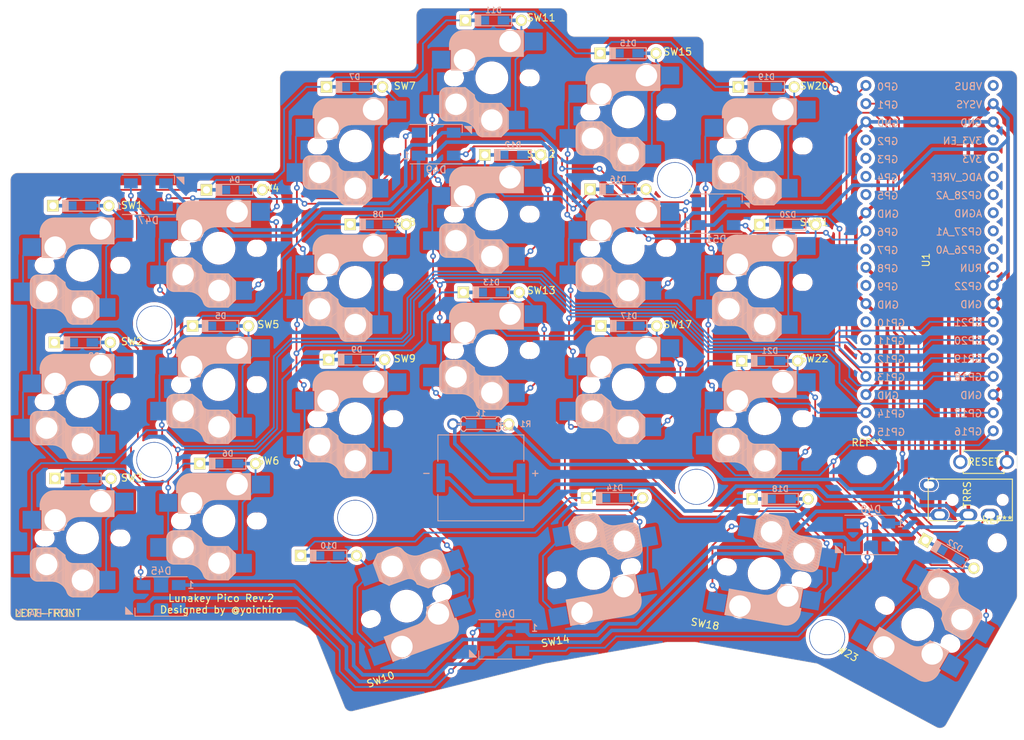
<source format=kicad_pcb>
(kicad_pcb (version 20241229) (generator "pcbnew") (generator_version "9.0")
  (title_block (title "Tim's Jiran mod") (rev "1") (company "Tim Lukashevich"))
  (layers (0 "F.Cu" signal) (2 "B.Cu" signal) (13 "F.Paste" user) (15 "B.Paste" user) (5 "F.SilkS" user "F.Silkscreen") (7 "B.SilkS" user "B.Silkscreen") (1 "F.Mask" user) (3 "B.Mask" user) (25 "Edge.Cuts" user))
  (net 0 "")
  (net 1 "row0-l")
  (net 2 "Net-(D1-Pad2)")
  (net 3 "row1-l")
  (net 4 "Net-(D2-Pad2)")
  (net 5 "row2-l")
  (net 6 "Net-(D3-Pad2)")
  (net 7 "Net-(D4-Pad2)")
  (net 8 "Net-(D5-Pad2)")
  (net 9 "Net-(D6-Pad2)")
  (net 10 "Net-(D7-Pad2)")
  (net 11 "Net-(D8-Pad2)")
  (net 12 "Net-(D9-Pad2)")
  (net 13 "Net-(D10-Pad2)")
  (net 14 "row3-l")
  (net 15 "Net-(D11-Pad2)")
  (net 16 "Net-(D12-Pad2)")
  (net 17 "Net-(D13-Pad2)")
  (net 18 "Net-(D14-Pad2)")
  (net 19 "Net-(D15-Pad2)")
  (net 20 "Net-(D16-Pad2)")
  (net 21 "Net-(D17-Pad2)")
  (net 22 "Net-(D18-Pad2)")
  (net 23 "Net-(D19-Pad2)")
  (net 24 "Net-(D20-Pad2)")
  (net 25 "Net-(D21-Pad2)")
  (net 26 "Net-(D22-Pad2)")
  (net 27 "GND")
  (net 28 "VCC")
  (net 29 "led-l")
  (net 30 "col0-l")
  (net 31 "col1-l")
  (net 32 "col2-l")
  (net 33 "col3-l")
  (net 34 "col4-l")
  (net 35 "reset-l")
  (net 36 "col5-l")
  (net 38 "Net-(D45-Pad2)")
  (net 39 "Net-(D45-Pad4)")
  (net 40 "Net-(D46-Pad2)")
  (net 41 "Net-(D47-Pad4)")
  (net 43 "Net-(D49-Pad4)")
  (net 45 "data-tx-l")
  (net 46 "data-rx-l")
  (net 58 "unconnected-(U1-Pad40)")
  (net 61 "Net-(LS1-PadP)")
  (net 62 "audio-l")
  (footprint "Keebio-Parts:Diode-Hybrid-Back" (layer "F.Cu") (at 72.825 113.125 180)
    (property "Reference" "D1")
    (property "Value" "D" (hide yes))
  )
  (footprint "Keebio-Parts:Diode-Hybrid-Back" (layer "F.Cu") (at 73.025 132.225 180)
    (property "Reference" "D2")
    (property "Value" "D" (hide yes))
  )
  (footprint "Keebio-Parts:Diode-Hybrid-Back" (layer "F.Cu") (at 73.125 151.225 180)
    (property "Reference" "D3")
    (property "Value" "D" (hide yes))
  )
  (footprint "Keebio-Parts:Diode-Hybrid-Back" (layer "F.Cu") (at 94.265 110.905 180)
    (property "Reference" "D4")
    (property "Value" "D" (hide yes))
  )
  (footprint "Keebio-Parts:Diode-Hybrid-Back" (layer "F.Cu") (at 92.325 129.925 180)
    (property "Reference" "D5")
    (property "Value" "D" (hide yes))
  )
  (footprint "Keebio-Parts:Diode-Hybrid-Back" (layer "F.Cu") (at 93.315 149.155 180)
    (property "Reference" "D6")
    (property "Value" "D" (hide yes))
  )
  (footprint "Keebio-Parts:Diode-Hybrid-Back" (layer "F.Cu") (at 111.025 96.525 180)
    (property "Reference" "D7")
    (property "Value" "D" (hide yes))
  )
  (footprint "Keebio-Parts:Diode-Hybrid-Back" (layer "F.Cu") (at 114.325 115.735 180)
    (property "Reference" "D8")
    (property "Value" "D" (hide yes))
  )
  (footprint "Keebio-Parts:Diode-Hybrid-Back" (layer "F.Cu") (at 111.325 134.625 180)
    (property "Reference" "D9")
    (property "Value" "D" (hide yes))
  )
  (footprint "Keebio-Parts:Diode-Hybrid-Back" (layer "F.Cu") (at 107.415 162.025 180)
    (property "Reference" "D10")
    (property "Value" "D" (hide yes))
  )
  (footprint "Keebio-Parts:Diode-Hybrid-Back" (layer "F.Cu") (at 130.425 87.225 180)
    (property "Reference" "D11")
    (property "Value" "D" (hide yes))
  )
  (footprint "Keebio-Parts:Diode-Hybrid-Back" (layer "F.Cu") (at 133.125 106.025 180)
    (property "Reference" "D12")
    (property "Value" "D" (hide yes))
  )
  (footprint "Keebio-Parts:Diode-Hybrid-Back" (layer "F.Cu") (at 130.125 125.225 180)
    (property "Reference" "D13")
    (property "Value" "D" (hide yes))
  )
  (footprint "Keebio-Parts:Diode-Hybrid-Back" (layer "F.Cu") (at 147.345 153.955 180)
    (property "Reference" "D14")
    (property "Value" "D" (hide yes))
  )
  (footprint "Keebio-Parts:Diode-Hybrid-Back" (layer "F.Cu") (at 149.225 91.825 180)
    (property "Reference" "D15")
    (property "Value" "D" (hide yes))
  )
  (footprint "Keebio-Parts:Diode-Hybrid-Back" (layer "F.Cu") (at 147.825 110.825 180)
    (property "Reference" "D16")
    (property "Value" "D" (hide yes))
  )
  (footprint "Keebio-Parts:Diode-Hybrid-Back" (layer "F.Cu") (at 149.325 129.925 180)
    (property "Reference" "D17")
    (property "Value" "D" (hide yes))
  )
  (footprint "Keebio-Parts:Diode-Hybrid-Back" (layer "F.Cu") (at 170.455 154.095 180)
    (property "Reference" "D18")
    (property "Value" "D" (hide yes))
  )
  (footprint "Keebio-Parts:Diode-Hybrid-Back" (layer "F.Cu") (at 168.525 96.525 180)
    (property "Reference" "D19")
    (property "Value" "D" (hide yes))
  )
  (footprint "Keebio-Parts:Diode-Hybrid-Back" (layer "F.Cu") (at 171.515 115.775 180)
    (property "Reference" "D20")
    (property "Value" "D" (hide yes))
  )
  (footprint "Keebio-Parts:Diode-Hybrid-Back" (layer "F.Cu") (at 168.995 134.805 180)
    (property "Reference" "D21")
    (property "Value" "D" (hide yes))
  )
  (footprint "Keebio-Parts:Diode-Hybrid-Back" (layer "F.Cu") (at 194.125 161.825 150)
    (property "Reference" "D22")
    (property "Value" "D" (hide yes))
  )
  (footprint "kbd:MJ-4PP-9_1side" (layer "F.Cu") (at 203.035 154.225 -90)
    (property "Reference" "J3")
    (property "Value" "MJ-4PP-9" (hide yes))
  )
  (footprint "_tergo_lib:CherryMX_Choco_Hotswap" (layer "F.Cu") (at 73.05 121.45)
    (property "Reference" "SW1")
    (property "Value" "SW_PUSH")
  )
  (footprint "_tergo_lib:CherryMX_Choco_Hotswap" (layer "F.Cu") (at 73.05 140.5)
    (property "Reference" "SW2")
    (property "Value" "SW_PUSH")
  )
  (footprint "_tergo_lib:CherryMX_Choco_Hotswap" (layer "F.Cu") (at 92.10001 119.06875)
    (property "Reference" "SW4")
    (property "Value" "SW_PUSH")
  )
  (footprint "_tergo_lib:CherryMX_Choco_Hotswap" (layer "F.Cu") (at 92.10001 138.11875)
    (property "Reference" "SW5")
    (property "Value" "SW_PUSH")
  )
  (footprint "_tergo_lib:CherryMX_Choco_Hotswap" (layer "F.Cu") (at 92.10001 157.16874)
    (property "Reference" "SW6")
    (property "Value" "SW_PUSH")
  )
  (footprint "_tergo_lib:CherryMX_Choco_Hotswap" (layer "F.Cu") (at 111.15 104.781247)
    (property "Reference" "SW7")
    (property "Value" "SW_PUSH")
  )
  (footprint "_tergo_lib:CherryMX_Choco_Hotswap" (layer "F.Cu") (at 111.15 123.831247)
    (property "Reference" "SW8")
    (property "Value" "SW_PUSH")
  )
  (footprint "_tergo_lib:CherryMX_Choco_Hotswap" (layer "F.Cu") (at 111.15 142.881247)
    (property "Reference" "SW9")
    (property "Value" "SW_PUSH")
  )
  (footprint "_tergo_lib:CherryMX_Choco_Hotswap" (layer "F.Cu") (at 118.295431 169.072169 -160)
    (property "Reference" "SW10")
    (property "Value" "SW_PUSH")
  )
  (footprint "_tergo_lib:CherryMX_Choco_Hotswap" (layer "F.Cu") (at 130.2 95.25625)
    (property "Reference" "SW11")
    (property "Value" "SW_PUSH")
  )
  (footprint "_tergo_lib:CherryMX_Choco_Hotswap" (layer "F.Cu") (at 130.2 114.30625)
    (property "Reference" "SW12")
    (property "Value" "SW_PUSH")
  )
  (footprint "_tergo_lib:CherryMX_Choco_Hotswap" (layer "F.Cu") (at 130.2 133.35625)
    (property "Reference" "SW13")
    (property "Value" "SW_PUSH")
  )
  (footprint "_tergo_lib:CherryMX_Choco_Hotswap" (layer "F.Cu") (at 144.415431 164.502169 -170)
    (property "Reference" "SW14")
    (property "Value" "SW_PUSH")
  )
  (footprint "_tergo_lib:CherryMX_Choco_Hotswap" (layer "F.Cu") (at 149.24999 100.018755)
    (property "Reference" "SW15")
    (property "Value" "SW_PUSH")
  )
  (footprint "_tergo_lib:CherryMX_Choco_Hotswap" (layer "F.Cu") (at 149.24999 119.068755)
    (property "Reference" "SW16")
    (property "Value" "SW_PUSH")
  )
  (footprint "_tergo_lib:CherryMX_Choco_Hotswap" (layer "F.Cu") (at 149.24999 138.118755)
    (property "Reference" "SW17")
    (property "Value" "SW_PUSH")
  )
  (footprint "_tergo_lib:CherryMX_Choco_Hotswap" (layer "F.Cu") (at 168.225431 164.502169 170)
    (property "Reference" "SW18")
    (property "Value" "SW_PUSH")
  )
  (footprint "_tergo_lib:ResetSW" (layer "F.Cu") (at 198.875 148.925 180)
    (property "Reference" "SW19" (hide yes))
    (property "Value" "SW_RESET")
  )
  (footprint "_tergo_lib:CherryMX_Choco_Hotswap" (layer "F.Cu") (at 168.3 104.781255)
    (property "Reference" "SW20")
    (property "Value" "SW_PUSH")
  )
  (footprint "_tergo_lib:CherryMX_Choco_Hotswap" (layer "F.Cu") (at 168.3 123.831255)
    (property "Reference" "SW21")
    (property "Value" "SW_PUSH")
  )
  (footprint "_tergo_lib:CherryMX_Choco_Hotswap" (layer "F.Cu") (at 168.3 142.881245)
    (property "Reference" "SW22")
    (property "Value" "SW_PUSH")
  )
  (footprint "_tergo_lib:CherryMX_Choco_Hotswap" (layer "F.Cu") (at 189.665431 171.642169 150)
    (property "Reference" "SW23")
    (property "Value" "SW_PUSH")
  )
  (footprint "_tergo_lib:CherryMX_Choco_Hotswap" (layer "F.Cu") (at 73.05 159.54999)
    (property "Reference" "SW3")
    (property "Value" "SW_PUSH")
  )
  (footprint "kbd:HOLE" (layer "F.Cu") (at 83.07501 129.59375)
    (property "Reference" "Ref**")
    (property "Value" "Val**")
  )
  (footprint "kbd:HOLE" (layer "F.Cu") (at 177.025 173.406245)
    (property "Reference" "Ref**")
    (property "Value" "Val**")
  )
  (footprint "kbd:HOLE" (layer "F.Cu") (at 83.07501 148.64375)
    (property "Reference" "Ref**")
    (property "Value" "Val**")
  )
  (footprint "kbd:HOLE" (layer "F.Cu") (at 111.125001 156.731246)
    (property "Reference" "Ref**")
    (property "Value" "Val**")
  )
  (footprint "kbd:HOLE" (layer "F.Cu") (at 155.77499 109.543755)
    (property "Reference" "Ref**")
    (property "Value" "Val**")
  )
  (footprint "MountingHole:MountingHole_2.2mm_M2" (layer "F.Cu") (at 182.575 149.425)
    (property "Reference" "REF**")
    (property "Value" "COVER")
  )
  (footprint "MountingHole:MountingHole_2.2mm_M2" (layer "F.Cu") (at 200.775 160.225)
    (property "Reference" "REF**")
    (property "Value" "COVER")
  )
  (footprint "kbd:HOLE" (layer "F.Cu") (at 158.775 152.406245)
    (property "Reference" "Ref**")
    (property "Value" "Val**")
  )
  (footprint "_tergo_lib:Raspberry_Pi_Pico" (layer "F.Cu") (at 191.325 120.456255)
    (property "Reference" "U1")
    (property "Value" "Raspberry_Pie_Pico")
  )
  (footprint "_tergo_lib:Keebio-Resistor-Hybrid-Back" (layer "F.Cu") (at 128.669039 143.630777 180)
    (property "Reference" "R1")
    (property "Value" "1k")
  )
  (footprint "_tergo_lib:Yoichiro-LED_WS2812B" (layer "B.Cu") (at 84.025 167.725 180)
    (property "Reference" "D45")
    (property "Value" "WS2812B")
  )
  (footprint "_tergo_lib:Yoichiro-LED_WS2812B" (layer "B.Cu") (at 183.125 159.125 180)
    (property "Reference" "D48")
    (property "Value" "WS2812B")
  )
  (footprint "_tergo_lib:Yoichiro-LED_WS2812B" (layer "B.Cu") (at 132.025 173.725 180)
    (property "Reference" "D46")
    (property "Value" "WS2812B")
  )
  (footprint "_tergo_lib:Yoichiro-LED_WS2812B" (layer "B.Cu") (at 82.255 111.605)
    (property "Reference" "D47")
    (property "Value" "WS2812B")
  )
  (footprint "_tergo_lib:Yoichiro-LED_WS2812B" (layer "B.Cu") (at 122.425 104.525)
    (property "Reference" "D49")
    (property "Value" "WS2812B")
  )
  (footprint "_tergo_lib:Yoichiro-LED_WS2812B" (layer "B.Cu") (at 161.515 114.235)
    (property "Reference" "D51")
    (property "Value" "WS2812B")
  )
  (footprint "_tergo_lib:PKLCS1212E4001-R1" (layer "B.Cu") (at 128.669039 151.150777 180)
    (property "Reference" "LS1")
    (property "Value" "PKLCS1212E4001-R1")
  )
  (gr_poly (pts (xy 166.179039 113.430777) (xy 165.479039 112.730777) (xy 166.179039 112.730777)) (stroke (width 0.1)) (fill yes) (layer "B.SilkS"))
  (gr_line (start 102.631249 171.099989) (end 104.631249 172.099989) (stroke (width 0.05)) (layer "Edge.Cuts"))
  (gr_line (start 104.631249 172.099989) (end 105.631249 173.099989) (stroke (width 0.05)) (layer "Edge.Cuts"))
  (gr_line (start 110.912962 183.697662) (end 137.631249 177.099989) (stroke (width 0.05)) (layer "Edge.Cuts"))
  (gr_line (start 175.631249 177.099989) (end 177.631249 178.099989) (stroke (width 0.05)) (layer "Edge.Cuts"))
  (gr_arc (start 160.77499 94.256255) (mid 160.067883 93.963362) (end 159.77499 93.256255) (stroke (width 0.05)) (layer "Edge.Cuts"))
  (gr_arc (start 158.77499 89.493755) (mid 159.482097 89.786648) (end 159.77499 90.493755) (stroke (width 0.05)) (layer "Edge.Cuts"))
  (gr_arc (start 141.72499 89.493755) (mid 141.017883 89.200862) (end 140.72499 88.493755) (stroke (width 0.05)) (layer "Edge.Cuts"))
  (gr_arc (start 139.72499 85.53125) (mid 140.432097 85.824143) (end 140.72499 86.53125) (stroke (width 0.05)) (layer "Edge.Cuts"))
  (gr_arc (start 119.675 86.53125) (mid 119.967893 85.824143) (end 120.675 85.53125) (stroke (width 0.05)) (layer "Edge.Cuts"))
  (gr_arc (start 119.675 93.256247) (mid 119.382107 93.963354) (end 118.675 94.256247) (stroke (width 0.05)) (layer "Edge.Cuts"))
  (gr_arc (start 100.625 95.256247) (mid 100.917897 94.549137) (end 101.62501 94.256247) (stroke (width 0.05)) (layer "Edge.Cuts"))
  (gr_arc (start 100.62501 107.54375) (mid 100.332117 108.250857) (end 99.62501 108.54375) (stroke (width 0.05)) (layer "Edge.Cuts"))
  (gr_arc (start 62.999985 109.594938) (mid 63.276286 108.853074) (end 64.005 108.54375) (stroke (width 0.05)) (layer "Edge.Cuts"))
  (gr_arc (start 202.581528 94.256025) (mid 203.261067 94.563174) (end 203.539123 95.255126) (stroke (width 0.05)) (layer "Edge.Cuts"))
  (gr_arc (start 110.912962 183.697662) (mid 110.148323 183.664277) (end 109.631249 183.099989) (stroke (width 0.05)) (layer "Edge.Cuts"))
  (gr_arc (start 64.000001 171.099989) (mid 63.292894 170.807096) (end 63.000001 170.099989) (stroke (width 0.05)) (layer "Edge.Cuts"))
  (gr_line (start 203.537545 167.540856) (end 203.539123 95.255126) (stroke (width 0.05)) (layer "Edge.Cuts"))
  (gr_line (start 158.631249 174.099989) (end 175.631249 177.099989) (stroke (width 0.05)) (layer "Edge.Cuts"))
  (gr_line (start 64.005 108.54375) (end 99.62501 108.54375) (stroke (width 0.05)) (layer "Edge.Cuts"))
  (gr_line (start 154.631249 174.099989) (end 158.631249 174.099989) (stroke (width 0.05)) (layer "Edge.Cuts"))
  (gr_line (start 100.625 95.256247) (end 100.62501 107.54375) (stroke (width 0.05)) (layer "Edge.Cuts"))
  (gr_line (start 159.77499 93.256255) (end 159.77499 90.493755) (stroke (width 0.05)) (layer "Edge.Cuts"))
  (gr_line (start 193.631249 185.599989) (end 203.381249 168.199989) (stroke (width 0.05)) (layer "Edge.Cuts"))
  (gr_line (start 140.72499 88.493755) (end 140.72499 86.53125) (stroke (width 0.05)) (layer "Edge.Cuts"))
  (gr_line (start 137.631249 177.099989) (end 154.631249 174.099989) (stroke (width 0.05)) (layer "Edge.Cuts"))
  (gr_line (start 202.581528 94.256026) (end 160.77499 94.256255) (stroke (width 0.05)) (layer "Edge.Cuts"))
  (gr_line (start 64.000001 171.099989) (end 102.631249 171.099989) (stroke (width 0.05)) (layer "Edge.Cuts"))
  (gr_line (start 119.675 86.53125) (end 119.675 93.256247) (stroke (width 0.05)) (layer "Edge.Cuts"))
  (gr_arc (start 203.537545 167.540856) (mid 203.506192 167.881519) (end 203.381249 168.199989) (stroke (width 0.05)) (layer "Edge.Cuts"))
  (gr_line (start 62.999985 109.594938) (end 63.000001 170.099989) (stroke (width 0.05)) (layer "Edge.Cuts"))
  (gr_line (start 177.631249 178.099989) (end 192.265224 185.966014) (stroke (width 0.05)) (layer "Edge.Cuts"))
  (gr_arc (start 193.631249 185.599989) (mid 193.024043 186.065915) (end 192.265224 185.966014) (stroke (width 0.05)) (layer "Edge.Cuts"))
  (gr_line (start 105.631249 173.099989) (end 109.631249 183.099989) (stroke (width 0.05)) (layer "Edge.Cuts"))
  (gr_line (start 120.675 85.53125) (end 139.72499 85.53125) (stroke (width 0.05)) (layer "Edge.Cuts"))
  (gr_line (start 158.77499 89.493755) (end 141.72499 89.493755) (stroke (width 0.05)) (layer "Edge.Cuts"))
  (gr_line (start 101.62501 94.256247) (end 118.675 94.256247) (stroke (width 0.05)) (layer "Edge.Cuts"))
  (gr_text "Lunakey Pico Rev.2\nDesigned by @yoichiro" (at 92.415 168.775 0) (layer "F.SilkS") (effects (font (size 1 1))))
  (gr_text "LEFT-FRONT" (at 68.199039 170.060777 0) (layer "F.SilkS") (effects (font (size 1 1))))
  (gr_text "LEFT-BACK" (at 67.819039 170.060777 0) (layer "B.SilkS") (effects (font (size 1 1)) (justify mirror)))
  (segment (start 182.435 134.426255) (end 179.726251 131.717506) (width 0.25) (layer "F.Cu") (net 1))
  (segment (start 178.571249 97.181254) (end 178.17125 96.781255) (width 0.25) (layer "F.Cu") (net 1))
  (segment (start 179.726251 98.336256) (end 178.571249 97.181254) (width 0.25) (layer "F.Cu") (net 1))
  (segment (start 179.726251 131.717506) (end 179.726251 98.336256) (width 0.25) (layer "F.Cu") (net 1))
  (segment (start 90.365 110.905) (end 71.145 110.905) (width 0.25) (layer "F.Cu") (net 1))
  (segment (start 71.145 110.905) (end 68.925 113.125) (width 0.25) (layer "F.Cu") (net 1))
  (via (at 178.17125 96.781255) (size 0.8) (drill 0.4) (layers "F.Cu" "B.Cu") (net 1))
  (segment (start 101.195 108.245) (end 99.915 109.525) (width 0.25) (layer "B.Cu") (net 1))
  (segment (start 166.035 95.115) (end 164.625 96.525) (width 0.25) (layer "B.Cu") (net 1))
  (segment (start 146.905 90.245) (end 145.325 91.825) (width 0.25) (layer "B.Cu") (net 1))
  (segment (start 127.735 86.015) (end 126.525 87.225) (width 0.25) (layer "B.Cu") (net 1))
  (segment (start 104.325 96.525) (end 101.195 99.655) (width 0.25) (layer "B.Cu") (net 1))
  (segment (start 99.915 109.525) (end 91.745 109.525) (width 0.25) (layer "B.Cu") (net 1))
  (segment (start 126.525 87.225) (end 123.835 87.225) (width 0.25) (layer "B.Cu") (net 1))
  (segment (start 119.615 95.185) (end 108.465 95.185) (width 0.25) (layer "B.Cu") (net 1))
  (segment (start 107.125 96.525) (end 104.325 96.525) (width 0.25) (layer "B.Cu") (net 1))
  (segment (start 123.835 87.225) (end 120.575 90.485) (width 0.25) (layer "B.Cu") (net 1))
  (segment (start 141.925 91.825) (end 136.115 86.015) (width 0.25) (layer "B.Cu") (net 1))
  (segment (start 155.175 90.245) (end 146.905 90.245) (width 0.25) (layer "B.Cu") (net 1))
  (segment (start 164.625 96.525) (end 161.455 96.525) (width 0.25) (layer "B.Cu") (net 1))
  (segment (start 120.575 94.225) (end 119.615 95.185) (width 0.25) (layer "B.Cu") (net 1))
  (segment (start 120.575 90.485) (end 120.575 94.225) (width 0.25) (layer "B.Cu") (net 1))
  (segment (start 136.115 86.015) (end 127.735 86.015) (width 0.25) (layer "B.Cu") (net 1))
  (segment (start 161.455 96.525) (end 155.175 90.245) (width 0.25) (layer "B.Cu") (net 1))
  (segment (start 101.195 99.655) (end 101.195 108.245) (width 0.25) (layer "B.Cu") (net 1))
  (segment (start 178.17125 96.781255) (end 176.504995 95.115) (width 0.25) (layer "B.Cu") (net 1))
  (segment (start 91.745 109.525) (end 90.365 110.905) (width 0.25) (layer "B.Cu") (net 1))
  (segment (start 176.504995 95.115) (end 166.035 95.115) (width 0.25) (layer "B.Cu") (net 1))
  (segment (start 108.465 95.185) (end 107.125 96.525) (width 0.25) (layer "B.Cu") (net 1))
  (segment (start 145.325 91.825) (end 141.925 91.825) (width 0.25) (layer "B.Cu") (net 1))
  (segment (start 76.725 113.125) (end 78.892 115.292) (width 0.25) (layer "B.Cu") (net 2))
  (segment (start 78.892 115.292) (end 78.892 116.37) (width 0.25) (layer "B.Cu") (net 2))
  (segment (start 76.35 127.35) (end 76.35 118.912) (width 0.25) (layer "B.Cu") (net 2))
  (segment (start 76.35 118.912) (end 78.892 116.37) (width 0.25) (layer "B.Cu") (net 2))
  (segment (start 143.925 110.825) (end 143.925 111.185) (width 0.25) (layer "F.Cu") (net 3))
  (segment (start 147.785 113.465) (end 146.565 113.465) (width 0.25) (layer "F.Cu") (net 3))
  (segment (start 182.435 136.966255) (end 178.75125 133.282505) (width 0.25) (layer "F.Cu") (net 3))
  (segment (start 143.925 111.185) (end 141.575 113.535) (width 0.25) (layer "F.Cu") (net 3))
  (segment (start 152.095 117.775) (end 147.785 113.465) (width 0.25) (layer "F.Cu") (net 3))
  (segment (start 146.565 113.465) (end 143.925 110.825) (width 0.25) (layer "F.Cu") (net 3))
  (segment (start 178.75125 133.282505) (end 178.75125 116.346255) (width 0.25) (layer "F.Cu") (net 3))
  (via (at 178.75125 116.346255) (size 0.8) (drill 0.4) (layers "F.Cu" "B.Cu") (net 3))
  (via (at 141.575 113.535) (size 0.8) (drill 0.4) (layers "F.Cu" "B.Cu") (net 3))
  (via (at 152.095 117.775) (size 0.8) (drill 0.4) (layers "F.Cu" "B.Cu") (net 3))
  (segment (start 70.535 130.815) (end 69.125 132.225) (width 0.25) (layer "B.Cu") (net 3))
  (segment (start 141.575 113.535) (end 139.835 111.795) (width 0.25) (layer "B.Cu") (net 3))
  (segment (start 129.225 109.075) (end 129.225 106.025) (width 0.25) (layer "B.Cu") (net 3))
  (segment (start 167.615 115.775) (end 168.746244 114.643756) (width 0.25) (layer "B.Cu") (net 3))
  (segment (start 84.665 132.635) (end 79.715 132.635) (width 0.25) (layer "B.Cu") (net 3))
  (segment (start 110.425 115.735) (end 105.675 115.735) (width 0.25) (layer "B.Cu") (net 3))
  (segment (start 105.675 115.735) (end 100.855 120.555) (width 0.25) (layer "B.Cu") (net 3))
  (segment (start 88.425 129.925) (end 87.375 129.925) (width 0.25) (layer "B.Cu") (net 3))
  (segment (start 111.685 114.475) (end 110.425 115.735) (width 0.25) (layer "B.Cu") (net 3))
  (segment (start 167.615 115.775) (end 165.705 117.685) (width 0.25) (layer "B.Cu") (net 3))
  (segment (start 100.855 125.085) (end 97.425 128.515) (width 0.25) (layer "B.Cu") (net 3))
  (segment (start 123.725 107.275) (end 116.525 114.475) (width 0.25) (layer "B.Cu") (net 3))
  (segment (start 165.705 117.685) (end 152.185 117.685) (width 0.25) (layer "B.Cu") (net 3))
  (segment (start 77.895 130.815) (end 70.535 130.815) (width 0.25) (layer "B.Cu") (net 3))
  (segment (start 87.375 129.925) (end 84.665 132.635) (width 0.25) (layer "B.Cu") (net 3))
  (segment (start 97.425 128.515) (end 89.835 128.515) (width 0.25) (layer "B.Cu") (net 3))
  (segment (start 129.225 106.025) (end 127.975 107.275) (width 0.25) (layer "B.Cu") (net 3))
  (segment (start 152.185 117.685) (end 152.095 117.775) (width 0.25) (layer "B.Cu") (net 3))
  (segment (start 177.048751 114.643756) (end 178.75125 116.346255) (width 0.25) (layer "B.Cu") (net 3))
  (segment (start 168.746244 114.643756) (end 177.048751 114.643756) (width 0.25) (layer "B.Cu") (net 3))
  (segment (start 139.835 111.795) (end 131.945 111.795) (width 0.25) (layer "B.Cu") (net 3))
  (segment (start 116.525 114.475) (end 111.685 114.475) (width 0.25) (layer "B.Cu") (net 3))
  (segment (start 89.835 128.515) (end 88.425 129.925) (width 0.25) (layer "B.Cu") (net 3))
  (segment (start 131.945 111.795) (end 129.225 109.075) (width 0.25) (layer "B.Cu") (net 3))
  (segment (start 127.975 107.275) (end 123.725 107.275) (width 0.25) (layer "B.Cu") (net 3))
  (segment (start 100.855 120.555) (end 100.855 125.085) (width 0.25) (layer "B.Cu") (net 3))
  (segment (start 79.715 132.635) (end 77.895 130.815) (width 0.25) (layer "B.Cu") (net 3))
  (segment (start 76.35 146.4) (end 76.35 137.962) (width 0.25) (layer "B.Cu") (net 4))
  (segment (start 76.35 137.962) (end 78.892 135.42) (width 0.25) (layer "B.Cu") (net 4))
  (segment (start 76.925 132.225) (end 76.925 133.453) (width 0.25) (layer "B.Cu") (net 4))
  (segment (start 76.925 133.453) (end 78.892 135.42) (width 0.25) (layer "B.Cu") (net 4))
  (segment (start 158.795 136.345) (end 151.845 136.345) (width 0.25) (layer "B.Cu") (net 5))
  (segment (start 119.025 133.345) (end 108.705 133.345) (width 0.25) (layer "B.Cu") (net 5))
  (segment (start 165.095 135.855) (end 165.095 134.805) (width 0.25) (layer "B.Cu") (net 5))
  (segment (start 84.745 151.675) (end 80.625 151.675) (width 0.25) (layer "B.Cu") (net 5))
  (segment (start 87.265 149.155) (end 84.745 151.675) (width 0.25) (layer "B.Cu") (net 5))
  (segment (start 107.425 134.625) (end 103.695 134.625) (width 0.25) (layer "B.Cu") (net 5))
  (segment (start 145.425 129.925) (end 142.965 129.925) (width 0.25) (layer "B.Cu") (net 5))
  (segment (start 182.435 142.046255) (end 175.74625 142.046255) (width 0.25) (layer "B.Cu") (net 5))
  (segment (start 89.415 149.155) (end 87.265 149.155) (width 0.25) (layer "B.Cu") (net 5))
  (segment (start 100.945 137.375) (end 100.945 144.405) (width 0.25) (layer "B.Cu") (net 5))
  (segment (start 120.445 127.995) (end 120.445 131.925) (width 0.25) (layer "B.Cu") (net 5))
  (segment (start 97.655 147.695) (end 90.875 147.695) (width 0.25) (layer "B.Cu") (net 5))
  (segment (start 80.625 151.675) (end 78.835 149.885) (width 0.25) (layer "B.Cu") (net 5))
  (segment (start 70.565 149.885) (end 69.225 151.225) (width 0.25) (layer "B.Cu") (net 5))
  (segment (start 141.585 131.305) (end 132.305 131.305) (width 0.25) (layer "B.Cu") (net 5))
  (segment (start 170.005 140.765) (end 165.095 135.855) (width 0.25) (layer "B.Cu") (net 5))
  (segment (start 165.095 134.805) (end 160.335 134.805) (width 0.25) (layer "B.Cu") (net 5))
  (segment (start 132.305 131.305) (end 126.225 125.225) (width 0.25) (layer "B.Cu") (net 5))
  (segment (start 123.215 125.225) (end 120.445 127.995) (width 0.25) (layer "B.Cu") (net 5))
  (segment (start 90.875 147.695) (end 89.415 149.155) (width 0.25) (layer "B.Cu") (net 5))
  (segment (start 108.705 133.345) (end 107.425 134.625) (width 0.25) (layer "B.Cu") (net 5))
  (segment (start 174.464995 140.765) (end 170.005 140.765) (width 0.25) (layer "B.Cu") (net 5))
  (segment (start 151.845 136.345) (end 145.425 129.925) (width 0.25) (layer "B.Cu") (net 5))
  (segment (start 160.335 134.805) (end 158.795 136.345) (width 0.25) (layer "B.Cu") (net 5))
  (segment (start 100.945 144.405) (end 97.655 147.695) (width 0.25) (layer "B.Cu") (net 5))
  (segment (start 142.965 129.925) (end 141.585 131.305) (width 0.25) (layer "B.Cu") (net 5))
  (segment (start 175.74625 142.046255) (end 174.464995 140.765) (width 0.25) (layer "B.Cu") (net 5))
  (segment (start 78.835 149.885) (end 70.565 149.885) (width 0.25) (layer "B.Cu") (net 5))
  (segment (start 120.445 131.925) (end 119.025 133.345) (width 0.25) (layer "B.Cu") (net 5))
  (segment (start 103.695 134.625) (end 100.945 137.375) (width 0.25) (layer "B.Cu") (net 5))
  (segment (start 126.225 125.225) (end 123.215 125.225) (width 0.25) (layer "B.Cu") (net 5))
  (segment (start 76.35 157.01199) (end 78.892 154.46999) (width 0.25) (layer "B.Cu") (net 6))
  (segment (start 76.35 165.44999) (end 76.35 157.01199) (width 0.25) (layer "B.Cu") (net 6))
  (segment (start 77.025 151.225) (end 77.025 152.60299) (width 0.25) (layer "B.Cu") (net 6))
  (segment (start 77.025 152.60299) (end 78.892 154.46999) (width 0.25) (layer "B.Cu") (net 6))
  (segment (start 99.225 110.905) (end 98.165 110.905) (width 0.25) (layer "F.Cu") (net 7))
  (segment (start 97.595 124.125) (end 100.095 121.625) (width 0.25) (layer "F.Cu") (net 7))
  (segment (start 100.095 121.625) (end 100.095 115.405) (width 0.25) (layer "F.Cu") (net 7))
  (segment (start 100.195 111.875) (end 99.225 110.905) (width 0.25) (layer "F.Cu") (net 7))
  (segment (start 100.195 113.215) (end 100.195 111.875) (width 0.25) (layer "F.Cu") (net 7))
  (via (at 100.095 115.405) (size 0.8) (drill 0.4) (layers "F.Cu" "B.Cu") (net 7))
  (via (at 97.595 124.125) (size 0.8) (drill 0.4) (layers "F.Cu" "B.Cu") (net 7))
  (via (at 100.195 113.215) (size 0.8) (drill 0.4) (layers "F.Cu" "B.Cu") (net 7))
  (segment (start 97.94201 113.98875) (end 97.94201 114.81075) (width 0.25) (layer "B.Cu") (net 7))
  (segment (start 96.75125 124.96875) (end 97.595 124.125) (width 0.25) (layer "B.Cu") (net 7))
  (segment (start 97.94201 113.98875) (end 99.42125 113.98875) (width 0.25) (layer "B.Cu") (net 7))
  (segment (start 99.35826 115.405) (end 97.94201 113.98875) (width 0.25) (layer "B.Cu") (net 7))
  (segment (start 100.095 115.405) (end 99.35826 115.405) (width 0.25) (layer "B.Cu") (net 7))
  (segment (start 95.40001 124.96875) (end 96.75125 124.96875) (width 0.25) (layer "B.Cu") (net 7))
  (segment (start 98.165 113.76576) (end 97.94201 113.98875) (width 0.25) (layer "B.Cu") (net 7))
  (segment (start 99.42125 113.98875) (end 100.195 113.215) (width 0.25) (layer "B.Cu") (net 7))
  (segment (start 96.225 129.925) (end 96.225 131.32174) (width 0.25) (layer "B.Cu") (net 8))
  (segment (start 97.94201 133.03875) (end 97.94201 133.86075) (width 0.25) (layer "B.Cu") (net 8))
  (segment (start 95.40001 144.01875) (end 95.40001 135.58075) (width 0.25) (layer "B.Cu") (net 8))
  (segment (start 95.40001 135.58075) (end 97.94201 133.03875) (width 0.25) (layer "B.Cu") (net 8))
  (segment (start 96.225 131.32174) (end 97.94201 133.03875) (width 0.25) (layer "B.Cu") (net 8))
  (segment (start 95.40001 163.06874) (end 95.40001 154.63074) (width 0.25) (layer "B.Cu") (net 9))
  (segment (start 97.94201 152.08874) (end 97.94201 152.26201) (width 0.25) (layer "B.Cu") (net 9))
  (segment (start 97.215 149.155) (end 97.215 151.36173) (width 0.25) (layer "B.Cu") (net 9))
  (segment (start 97.94201 152.08874) (end 97.94201 152.91074) (width 0.25) (layer "B.Cu") (net 9))
  (segment (start 95.40001 154.63074) (end 97.94201 152.08874) (width 0.25) (layer "B.Cu") (net 9))
  (segment (start 97.215 151.36173) (end 97.94201 152.08874) (width 0.25) (layer "B.Cu") (net 9))
  (segment (start 116.992 99.701247) (end 116.992 100.523247) (width 0.25) (layer "B.Cu") (net 10))
  (segment (start 116.992 99.701247) (end 116.992 99.832) (width 0.25) (layer "B.Cu") (net 10))
  (segment (start 116.992 98.592) (end 116.992 99.701247) (width 0.25) (layer "B.Cu") (net 10))
  (segment (start 114.925 96.525) (end 116.992 98.592) (width 0.25) (layer "B.Cu") (net 10))
  (segment (start 114.45 110.681247) (end 114.45 102.243247) (width 0.25) (layer "B.Cu") (net 10))
  (segment (start 114.45 102.243247) (end 116.992 99.701247) (width 0.25) (layer "B.Cu") (net 10))
  (segment (start 114.45 129.731247) (end 114.45 121.293247) (width 0.25) (layer "B.Cu") (net 11))
  (segment (start 118.225 117.518247) (end 116.992 118.751247) (width 0.25) (layer "B.Cu") (net 11))
  (segment (start 118.225 115.735) (end 118.225 117.518247) (width 0.25) (layer "B.Cu") (net 11))
  (segment (start 114.45 121.293247) (end 116.992 118.751247) (width 0.25) (layer "B.Cu") (net 11))
  (segment (start 114.45 148.781247) (end 114.45 140.343247) (width 0.25) (layer "B.Cu") (net 12))
  (segment (start 115.225 134.625) (end 115.225 136.034247) (width 0.25) (layer "B.Cu") (net 12))
  (segment (start 115.225 136.034247) (end 116.992 137.801247) (width 0.25) (layer "B.Cu") (net 12))
  (segment (start 114.45 140.343247) (end 116.992 137.801247) (width 0.25) (layer "B.Cu") (net 12))
  (segment (start 116.992 137.801247) (end 116.992 138.623247) (width 0.25) (layer "B.Cu") (net 12))
  (segment (start 113.176527 163.886527) (end 113.176527 164.656649) (width 0.25) (layer "B.Cu") (net 13))
  (segment (start 113.176527 164.656649) (end 111.435 166.398176) (width 0.25) (layer "B.Cu") (net 13))
  (segment (start 111.435 172.73568) (end 114.543209 175.843889) (width 0.25) (layer "B.Cu") (net 13))
  (segment (start 111.315 162.025) (end 113.176527 163.886527) (width 0.25) (layer "B.Cu") (net 13))
  (segment (start 111.435 166.398176) (end 111.435 172.73568) (width 0.25) (layer "B.Cu") (net 13))
  (segment (start 187.00625 156.133749) (end 187.00625 154.581253) (width 0.25) (layer "F.Cu") (net 14))
  (segment (start 190.747501 159.875) (end 187.00625 156.133749) (width 0.25) (layer "F.Cu") (net 14))
  (segment (start 182.435 144.586255) (end 187.00625 149.157505) (width 0.25) (layer "F.Cu") (net 14))
  (segment (start 187.00625 149.157505) (end 187.00625 154.581253) (width 0.25) (layer "F.Cu") (net 14))
  (via (at 187.00625 154.581253) (size 0.8) (drill 0.4) (layers "F.Cu" "B.Cu") (net 14))
  (segment (start 166.555 154.095) (end 166.555 153.657505) (width 0.25) (layer "B.Cu") (net 14))
  (segment (start 164.285 154.095) (end 161.545 156.835) (width 0.25) (layer "B.Cu") (net 14))
  (segment (start 144.785 152.615) (end 143.445 153.955) (width 0.25) (layer "B.Cu") (net 14))
  (segment (start 161.545 156.835) (end 156.395 156.835) (width 0.25) (layer "B.Cu") (net 14))
  (segment (start 152.175 152.615) (end 144.785 152.615) (width 0.25) (layer "B.Cu") (net 14))
  (segment (start 175.03125 152.881255) (end 176.63125 154.481255) (width 0.25) (layer "B.Cu") (net 14))
  (segment (start 167.33125 152.881255) (end 175.03125 152.881255) (width 0.25) (layer "B.Cu") (net 14))
  (segment (start 105.495 160.045) (end 103.515 162.025) (width 0.25) (layer "B.Cu") (net 14))
  (segment (start 156.395 156.835) (end 152.175 152.615) (width 0.25) (layer "B.Cu") (net 14))
  (segment (start 141.094816 153.955) (end 136.249039 158.800777) (width 0.25) (layer "B.Cu") (net 14))
  (segment (start 119.495 160.045) (end 105.495 160.045) (width 0.25) (layer "B.Cu") (net 14))
  (segment (start 186.906252 154.481255) (end 187.00625 154.581253) (width 0.25) (layer "B.Cu") (net 14))
  (segment (start 136.249039 158.800777) (end 120.739223 158.800777) (width 0.25) (layer "B.Cu") (net 14))
  (segment (start 166.555 154.095) (end 164.285 154.095) (width 0.25) (layer "B.Cu") (net 14))
  (segment (start 176.63125 154.481255) (end 186.906252 154.481255) (width 0.25) (layer "B.Cu") (net 14))
  (segment (start 166.555 153.657505) (end 167.33125 152.881255) (width 0.25) (layer "B.Cu") (net 14))
  (segment (start 120.739223 158.800777) (end 119.495 160.045) (width 0.25) (layer "B.Cu") (net 14))
  (segment (start 143.445 153.955) (end 141.094816 153.955) (width 0.25) (layer "B.Cu") (net 14))
  (segment (start 133.5 92.71825) (end 136.042 90.17625) (width 0.25) (layer "B.Cu") (net 15))
  (segment (start 136.042 90.17625) (end 136.042 90.99825) (width 0.25) (layer "B.Cu") (net 15))
  (segment (start 134.325 88.45925) (end 136.042 90.17625) (width 0.25) (layer "B.Cu") (net 15))
  (segment (start 134.325 87.225) (end 134.325 88.45925) (width 0.25) (layer "B.Cu") (net 15))
  (segment (start 133.5 101.15625) (end 133.5 92.71825) (width 0.25) (layer "B.Cu") (net 15))
  (segment (start 138.055 117.015) (end 138.055 110.875) (width 0.25) (layer "F.Cu") (net 16))
  (segment (start 135.605 119.465) (end 138.055 117.015) (width 0.25) (layer "F.Cu") (net 16))
  (via (at 135.605 119.465) (size 0.8) (drill 0.4) (layers "F.Cu" "B.Cu") (net 16))
  (via (at 138.055 110.875) (size 0.8) (drill 0.4) (layers "F.Cu" "B.Cu") (net 16))
  (segment (start 133.5 120.20625) (end 134.86375 120.20625) (width 0.25) (layer "B.Cu") (net 16))
  (segment (start 134.86375 120.20625) (end 135.605 119.465) (width 0.25) (layer "B.Cu") (net 16))
  (segment (start 138.055 110.875) (end 136.40625 109.22625) (width 0.25) (layer "B.Cu") (net 16))
  (segment (start 136.042 109.22625) (end 136.042 110.022) (width 0.25) (layer "B.Cu") (net 16))
  (segment (start 136.40625 109.22625) (end 136.042 109.22625) (width 0.25) (layer "B.Cu") (net 16))
  (segment (start 137.025 106.025) (end 137.025 108.24325) (width 0.25) (layer "B.Cu") (net 16))
  (segment (start 136.042 109.22625) (end 136.042 109.422) (width 0.25) (layer "B.Cu") (net 16))
  (segment (start 137.025 108.24325) (end 136.042 109.22625) (width 0.25) (layer "B.Cu") (net 16))
  (segment (start 135.595 138.575) (end 137.515 136.655) (width 0.25) (layer "F.Cu") (net 17))
  (segment (start 137.515 136.655) (end 137.515 130.385) (width 0.25) (layer "F.Cu") (net 17))
  (via (at 137.515 130.385) (size 0.8) (drill 0.4) (layers "F.Cu" "B.Cu") (net 17))
  (via (at 135.595 138.575) (size 0.8) (drill 0.4) (layers "F.Cu" "B.Cu") (net 17))
  (segment (start 137.515 130.385) (end 137.515 129.74925) (width 0.25) (layer "B.Cu") (net 17))
  (segment (start 134.91375 139.25625) (end 135.595 138.575) (width 0.25) (layer "B.Cu") (net 17))
  (segment (start 137.515 129.74925) (end 136.042 128.27625) (width 0.25) (layer "B.Cu") (net 17))
  (segment (start 134.025 125.225) (end 136.042 127.242) (width 0.25) (layer "B.Cu") (net 17))
  (segment (start 136.042 127.242) (end 136.042 128.27625) (width 0.25) (layer "B.Cu") (net 17))
  (segment (start 136.042 128.27625) (end 136.042 129.09825) (width 0.25) (layer "B.Cu") (net 17))
  (segment (start 133.5 139.25625) (end 134.91375 139.25625) (width 0.25) (layer "B.Cu") (net 17))
  (segment (start 151.245 153.955) (end 149.465 155.735) (width 0.25) (layer "B.Cu") (net 18))
  (segment (start 137.345 168.320128) (end 137.345 162.060883) (width 0.25) (layer "B.Cu") (net 18))
  (segment (start 141.745 155.735) (end 140.141041 157.338959) (width 0.25) (layer "B.Cu") (net 18))
  (segment (start 140.141041 157.338959) (end 140.141041 159.264842) (width 0.25) (layer "B.Cu") (net 18))
  (segment (start 149.465 155.735) (end 141.745 155.735) (width 0.25) (layer "B.Cu") (net 18))
  (segment (start 137.345 162.060883) (end 140.141041 159.264842) (width 0.25) (layer "B.Cu") (net 18))
  (segment (start 139.544317 170.519445) (end 137.345 168.320128) (width 0.25) (layer "B.Cu") (net 18))
  (segment (start 153.125 91.825) (end 153.125 92.971765) (width 0.25) (layer "B.Cu") (net 19))
  (segment (start 152.54999 105.918755) (end 152.54999 97.480755) (width 0.25) (layer "B.Cu") (net 19))
  (segment (start 152.54999 97.480755) (end 155.09199 94.938755) (width 0.25) (layer "B.Cu") (net 19))
  (segment (start 155.09199 94.938755) (end 156.068755 94.938755) (width 0.25) (layer "B.Cu") (net 19))
  (segment (start 153.125 92.971765) (end 155.09199 94.938755) (width 0.25) (layer "B.Cu") (net 19))
  (segment (start 157.205 121.525) (end 157.205 113.745) (width 0.25) (layer "F.Cu") (net 20))
  (segment (start 154.775 123.955) (end 157.205 121.525) (width 0.25) (layer "F.Cu") (net 20))
  (via (at 157.205 113.745) (size 0.8) (drill 0.4) (layers "F.Cu" "B.Cu") (net 20))
  (via (at 154.775 123.955) (size 0.8) (drill 0.4) (layers "F.Cu" "B.Cu") (net 20))
  (segment (start 153.761245 124.968755) (end 154.775 123.955) (width 0.25) (layer "B.Cu") (net 20))
  (segment (start 152.54999 124.968755) (end 153.761245 124.968755) (width 0.25) (layer "B.Cu") (net 20))
  (segment (start 155.335745 113.745) (end 155.09199 113.988755) (width 0.25) (layer "B.Cu") (net 20))
  (segment (start 157.205 113.745) (end 155.335745 113.745) (width 0.25) (layer "B.Cu") (net 20))
  (segment (start 151.725 110.825) (end 154.888755 113.988755) (width 0.25) (layer "B.Cu") (net 20))
  (segment (start 155.09199 113.988755) (end 155.09199 114.20199) (width 0.25) (layer "B.Cu") (net 20))
  (segment (start 154.888755 113.988755) (end 155.09199 113.988755) (width 0.25) (layer "B.Cu") (net 20))
  (segment (start 154.755 143.145) (end 156.535 141.365) (width 0.25) (layer "F.Cu") (net 21))
  (segment (start 156.535 141.365) (end 156.535 135.225006) (width 0.25) (layer "F.Cu") (net 21))
  (via (at 156.535 135.225006) (size 0.8) (drill 0.4) (layers "F.Cu" "B.Cu") (net 21))
  (via (at 154.755 143.145) (size 0.8) (drill 0.4) (layers "F.Cu" "B.Cu") (net 21))
  (segment (start 152.54999 144.018755) (end 153.881245 144.018755) (width 0.25) (layer "B.Cu") (net 21))
  (segment (start 153.225 129.925) (end 153.225 131.171765) (width 0.25) (layer "B.Cu") (net 21))
  (segment (start 153.225 131.171765) (end 155.09199 133.038755) (width 0.25) (layer "B.Cu") (net 21))
  (segment (start 153.881245 144.018755) (end 154.755 143.145) (width 0.25) (layer "B.Cu") (net 21))
  (segment (start 155.09199 133.781996) (end 156.535 135.225006) (width 0.25) (layer "B.Cu") (net 21))
  (segment (start 155.09199 133.038755) (end 155.09199 133.781996) (width 0.25) (layer "B.Cu") (net 21))
  (segment (start 155.09199 133.038755) (end 155.09199 133.860755) (width 0.25) (layer "B.Cu") (net 21))
  (segment (start 161.009039 166.170777) (end 161.009039 160.610777) (width 0.25) (layer "F.Cu") (net 22))
  (segment (start 161.009039 160.610777) (end 163.689039 157.930777) (width 0.25) (layer "F.Cu") (net 22))
  (via (at 161.009039 166.170777) (size 0.8) (drill 0.4) (layers "F.Cu" "B.Cu") (net 22))
  (via (at 163.689039 157.930777) (size 0.8) (drill 0.4) (layers "F.Cu" "B.Cu") (net 22))
  (segment (start 161.590051 168.49054) (end 161.225 168.125489) (width 0.25) (layer "B.Cu") (net 22))
  (segment (start 163.689039 157.930777) (end 165.812103 157.930777) (width 0.25) (layer "B.Cu") (net 22))
  (segment (start 174.355 154.095) (end 173.035 155.415) (width 0.25) (layer "B.Cu") (net 22))
  (segment (start 161.590051 166.751789) (end 161.009039 166.170777) (width 0.25) (layer "B.Cu") (net 22))
  (segment (start 165.812103 157.930777) (end 166.00009 158.118764) (width 0.25) (layer "B.Cu") (net 22))
  (segment (start 168.703854 155.415) (end 166.00009 158.118764) (width 0.25) (layer "B.Cu") (net 22))
  (segment (start 173.035 155.415) (end 168.703854 155.415) (width 0.25) (layer "B.Cu") (net 22))
  (segment (start 161.590051 168.49054) (end 161.590051 166.751789) (width 0.25) (layer "B.Cu") (net 22))
  (segment (start 171.6 110.681255) (end 171.6 102.243255) (width 0.25) (layer "B.Cu") (net 23))
  (segment (start 172.425 96.525) (end 172.425 97.984255) (width 0.25) (layer "B.Cu") (net 23))
  (segment (start 172.425 97.984255) (end 174.142 99.701255) (width 0.25) (layer "B.Cu") (net 23))
  (segment (start 171.6 102.243255) (end 174.142 99.701255) (width 0.25) (layer "B.Cu") (net 23))
  (segment (start 174.142 99.701255) (end 174.142 100.523255) (width 0.25) (layer "B.Cu") (net 23))
  (segment (start 171.6 129.731255) (end 171.6 121.293255) (width 0.25) (layer "B.Cu") (net 24))
  (segment (start 174.142 118.751255) (end 174.142 119.042) (width 0.25) (layer "B.Cu") (net 24))
  (segment (start 175.415 115.775) (end 175.415 117.478255) (width 0.25) (layer "B.Cu") (net 24))
  (segment (start 171.6 121.293255) (end 174.142 118.751255) (width 0.25) (layer "B.Cu") (net 24))
  (segment (start 175.415 117.478255) (end 174.142 118.751255) (width 0.25) (layer "B.Cu") (net 24))
  (segment (start 175.354847 146.115153) (end 175.354847 139.905151) (width 0.25) (layer "F.Cu") (net 25))
  (segment (start 173.975 147.495) (end 175.354847 146.115153) (width 0.25) (layer "F.Cu") (net 25))
  (via (at 175.354847 139.905151) (size 0.8) (drill 0.4) (layers "F.Cu" "B.Cu") (net 25))
  (via (at 173.975 147.495) (size 0.8) (drill 0.4) (layers "F.Cu" "B.Cu") (net 25))
  (segment (start 174.142 138.692304) (end 175.354847 139.905151) (width 0.25) (layer "B.Cu") (net 25))
  (segment (start 174.142 137.801245) (end 174.142 138.692304) (width 0.25) (layer "B.Cu") (net 25))
  (segment (start 174.142 137.801245) (end 174.142 138.623245) (width 0.25) (layer "B.Cu") (net 25))
  (segment (start 172.895 134.805) (end 172.895 136.554245) (width 0.25) (layer "B.Cu") (net 25))
  (segment (start 172.895 136.554245) (end 174.142 137.801245) (width 0.25) (layer "B.Cu") (net 25))
  (segment (start 171.6 148.781245) (end 172.688755 148.781245) (width 0.25) (layer "B.Cu") (net 25))
  (segment (start 172.688755 148.781245) (end 173.975 147.495) (width 0.25) (layer "B.Cu") (net 25))
  (segment (start 197.502499 163.775) (end 190.865166 163.775) (width 0.25) (layer "B.Cu") (net 26))
  (segment (start 183.538353 173.120578) (end 189.757547 166.901384) (width 0.25) (layer "B.Cu") (net 26))
  (segment (start 182.066111 173.120578) (end 183.538353 173.120578) (width 0.25) (layer "B.Cu") (net 26))
  (segment (start 190.865166 163.775) (end 189.757547 164.882619) (width 0.25) (layer "B.Cu") (net 26))
  (segment (start 189.757547 166.901384) (end 189.757547 164.882619) (width 0.25) (layer "B.Cu") (net 26))
  (segment (start 200.215 139.506255) (end 202.125 141.416255) (width 0.5) (layer "F.Cu") (net 27))
  (segment (start 202.27125 103.462505) (end 202.27125 124.750005) (width 0.5) (layer "F.Cu") (net 27))
  (segment (start 182.435 114.106255) (end 181.03125 115.510005) (width 0.5) (layer "F.Cu") (net 27))
  (segment (start 200.215 101.406255) (end 202.27125 103.462505) (width 0.5) (layer "F.Cu") (net 27))
  (segment (start 184.14375 112.397505) (end 182.435 114.106255) (width 0.5) (layer "F.Cu") (net 27))
  (segment (start 184.14375 103.115005) (end 184.14375 112.397505) (width 0.5) (layer "F.Cu") (net 27))
  (segment (start 182.435 101.406255) (end 184.14375 103.115005) (width 0.5) (layer "F.Cu") (net 27))
  (segment (start 202.125 141.416255) (end 202.125 148.925) (width 0.5) (layer "F.Cu") (net 27))
  (segment (start 182.435 126.806255) (end 184.03625 128.407505) (width 0.5) (layer "F.Cu") (net 27))
  (segment (start 181.03125 115.510005) (end 181.03125 125.402505) (width 0.5) (layer "F.Cu") (net 27))
  (segment (start 184.03625 128.407505) (end 184.03625 137.905005) (width 0.5) (layer "F.Cu") (net 27))
  (segment (start 202.27125 124.750005) (end 200.215 126.806255) (width 0.5) (layer "F.Cu") (net 27))
  (segment (start 184.03625 137.905005) (end 182.435 139.506255) (width 0.5) (layer "F.Cu") (net 27))
  (segment (start 181.673001 126.044256) (end 182.435 126.806255) (width 0.5) (layer "F.Cu") (net 27))
  (segment (start 196.735 154.315) (end 202.125 148.925) (width 0.5) (layer "F.Cu") (net 27))
  (segment (start 202.27125 137.450005) (end 200.215 139.506255) (width 0.5) (layer "F.Cu") (net 27))
  (segment (start 202.27125 128.862505) (end 202.27125 137.450005) (width 0.5) (layer "F.Cu") (net 27))
  (segment (start 181.03125 125.402505) (end 181.673001 126.044256) (width 0.5) (layer "F.Cu") (net 27))
  (segment (start 196.735 156.325) (end 196.735 154.315) (width 0.5) (layer "F.Cu") (net 27))
  (segment (start 200.215 126.806255) (end 202.27125 128.862505) (width 0.5) (layer "F.Cu") (net 27))
  (segment (start 195.033745 158.026255) (end 196.735 156.325) (width 0.5) (layer "B.Cu") (net 27))
  (segment (start 173.030428 159.440774) (end 179.390774 159.440774) (width 0.5) (layer "B.Cu") (net 27))
  (segment (start 189.874985 155.02499) (end 193.674985 155.02499) (width 0.5) (layer "B.Cu") (net 27))
  (segment (start 146.935 172.465) (end 150.734816 172.465) (width 0.5) (layer "B.Cu") (net 27))
  (segment (start 121.656998 179.605) (end 124.076999 177.184999) (width 0.5) (layer "B.Cu") (net 27))
  (segment (start 156.501242 115.938756) (end 158.309221 114.130777) (width 0.5) (layer "B.Cu") (net 27))
  (segment (start 180.20875 103.632505) (end 182.435 101.406255) (width 0.5) (layer "B.Cu") (net 27))
  (segment (start 176.245005 112.635) (end 180.20875 108.671255) (width 0.5) (layer "B.Cu") (net 27))
  (segment (start 124.875 102.925) (end 123.284816 102.925) (width 0.5) (layer "B.Cu") (net 27))
  (segment (start 180.20875 108.671255) (end 180.20875 103.632505) (width 0.5) (layer "B.Cu") (net 27))
  (segment (start 115.736249 112.805) (end 106.055 112.805) (width 0.5) (layer "B.Cu") (net 27))
  (segment (start 88.093 113.465) (end 84.705 110.077) (width 0.5) (layer "B.Cu") (net 27))
  (segment (start 182.269223 159.130777) (end 188.767694 159.130777) (width 0.5) (layer "B.Cu") (net 27))
  (segment (start 157.13125 155.781255) (end 160.83125 155.781255) (width 0.5) (layer "B.Cu") (net 27))
  (segment (start 143.705 113.225) (end 148.005 113.225) (width 0.5) (layer "B.Cu") (net 27))
  (segment (start 132.235 174.115) (end 145.285 174.115) (width 0.5) (layer "B.Cu") (net 27))
  (segment (start 164.30626 152.306245) (end 175.662833 152.306245) (width 0.5) (layer "B.Cu") (net 27))
  (segment (start 102.355 116.505) (end 94.305 116.505) (width 0.5) (layer "B.Cu") (net 27))
  (segment (start 106.055 112.805) (end 102.355 116.505) (width 0.5) (layer "B.Cu") (net 27))
  (segment (start 139.075 108.595) (end 143.705 113.225) (width 0.5) (layer "B.Cu") (net 27))
  (segment (start 177.08784 153.731252) (end 188.581247 153.731252) (width 0.5) (layer "B.Cu") (net 27))
  (segment (start 180.675 160.725) (end 182.269223 159.130777) (width 0.5) (layer "B.Cu") (net 27))
  (segment (start 160.83125 155.781255) (end 164.30626 152.306245) (width 0.5) (layer "B.Cu") (net 27))
  (segment (start 137.046214 103.106251) (end 139.075 105.135037) (width 0.5) (layer "B.Cu") (net 27))
  (segment (start 139.072515 152.03999) (end 153.389985 152.03999) (width 0.5) (layer "B.Cu") (net 27))
  (segment (start 109.905 174.775) (end 109.905 177.815) (width 0.5) (layer "B.Cu") (net 27))
  (segment (start 109.905 177.815) (end 111.695 179.605) (width 0.5) (layer "B.Cu") (net 27))
  (segment (start 124.875 102.925) (end 125.056251 103.106251) (width 0.5) (layer "B.Cu") (net 27))
  (segment (start 193.674985 155.02499) (end 194.974995 156.325) (width 0.5) (layer "B.Cu") (net 27))
  (segment (start 124.23125 151.181255) (end 127.43125 154.381255) (width 0.5) (layer "B.Cu") (net 27))
  (segment (start 148.005 113.225) (end 150.718756 115.938756) (width 0.5) (layer "B.Cu") (net 27))
  (segment (start 91.265 113.465) (end 88.093 113.465) (width 0.5) (layer "B.Cu") (net 27))
  (segment (start 82.969223 167.930777) (end 81.575 169.325) (width 0.5) (layer "B.Cu") (net 27))
  (segment (start 119.009221 104.630777) (end 118.179039 105.460959) (width 0.5) (layer "B.Cu") (net 27))
  (segment (start 131.025 175.325) (end 132.235 174.115) (width 0.5) (layer "B.Cu") (net 27))
  (segment (start 161.459039 161.740777) (end 170.730425 161.740777) (width 0.5) (layer "B.Cu") (net 27))
  (segment (start 127.715001 177.184999) (end 129.575 175.325) (width 0.5) (layer "B.Cu") (net 27))
  (segment (start 188.581247 153.731252) (end 189.874985 155.02499) (width 0.5) (layer "B.Cu") (net 27))
  (segment (start 182.435 101.406255) (end 200.215 101.406255) (width 0.5) (layer "B.Cu") (net 27))
  (segment (start 111.695 179.605) (end 121.656998 179.605) (width 0.5) (layer "B.Cu") (net 27))
  (segment (start 127.43125 154.381255) (end 136.73125 154.381255) (width 0.5) (layer "B.Cu") (net 27))
  (segment (start 139.075 105.135037) (end 139.075 108.595) (width 0.5) (layer "B.Cu") (net 27))
  (segment (start 121.579039 104.630777) (end 119.009221 104.630777) (width 0.5) (layer "B.Cu") (net 27))
  (segment (start 189.872216 158.026255) (end 195.033745 158.026255) (width 0.5) (layer "B.Cu") (net 27))
  (segment (start 136.73125 154.381255) (end 139.072515 152.03999) (width 0.5) (layer "B.Cu") (net 27))
  (segment (start 158.309221 114.130777) (end 161.019223 114.130777) (width 0.5) (layer "B.Cu") (net 27))
  (segment (start 175.662833 152.306245) (end 177.08784 153.731252) (width 0.5) (layer "B.Cu") (net 27))
  (segment (start 124.076999 177.184999) (end 127.715001 177.184999) (width 0.5) (layer "B.Cu") (net 27))
  (segment (start 170.730425 161.740777) (end 173.030428 159.440774) (width 0.5) (layer "B.Cu") (net 27))
  (segment (start 145.285 174.115) (end 146.935 172.465) (width 0.5) (layer "B.Cu") (net 27))
  (segment (start 194.985 156.325) (end 196.735 156.325) (width 0.5) (layer "B.Cu") (net 27))
  (segment (start 161.019223 114.130777) (end 162.515 112.635) (width 0.5) (layer "B.Cu") (net 27))
  (segment (start 153.389985 152.03999) (end 157.13125 155.781255) (width 0.5) (layer "B.Cu") (net 27))
  (segment (start 94.305 116.505) (end 91.265 113.465) (width 0.5) (layer "B.Cu") (net 27))
  (segment (start 150.718756 115.938756) (end 156.501242 115.938756) (width 0.5) (layer "B.Cu") (net 27))
  (segment (start 84.705 110.077) (end 84.705 110.005) (width 0.5) (layer "B.Cu") (net 27))
  (segment (start 162.515 112.635) (end 163.965 112.635) (width 0.5) (layer "B.Cu") (net 27))
  (segment (start 194.974995 156.325) (end 194.985 156.325) (width 0.5) (layer "B.Cu") (net 27))
  (segment (start 180.675 160.725) (end 180.433262 160.725) (width 0.5) (layer "B.Cu") (net 27))
  (segment (start 118.179039 110.36221) (end 115.736249 112.805) (width 0.5) (layer "B.Cu") (net 27))
  (segment (start 164.143755 112.813755) (end 163.965 112.635) (width 0.5) (layer "B.Cu") (net 27))
  (segment (start 123.284816 102.925) (end 121.579039 104.630777) (width 0.5) (layer "B.Cu") (net 27))
  (segment (start 118.179039 105.460959) (end 118.179039 110.36221) (width 0.5) (layer "B.Cu") (net 27))
  (segment (start 103.060777 167.930777) (end 109.905 174.775) (width 0.5) (layer "B.Cu") (net 27))
  (segment (start 82.969223 167.930777) (end 103.060777 167.930777) (width 0.5) (layer "B.Cu") (net 27))
  (segment (start 163.965 112.635) (end 176.245005 112.635) (width 0.5) (layer "B.Cu") (net 27))
  (segment (start 125.056251 103.106251) (end 137.046214 103.106251) (width 0.5) (layer "B.Cu") (net 27))
  (segment (start 129.575 175.325) (end 131.025 175.325) (width 0.5) (layer "B.Cu") (net 27))
  (segment (start 129.588972 175.325) (end 129.575 175.325) (width 0.5) (layer "B.Cu") (net 27))
  (segment (start 122.93125 151.181255) (end 124.23125 151.181255) (width 0.5) (layer "B.Cu") (net 27))
  (segment (start 179.390774 159.440774) (end 180.675 160.725) (width 0.5) (layer "B.Cu") (net 27))
  (segment (start 188.767694 159.130777) (end 189.872216 158.026255) (width 0.5) (layer "B.Cu") (net 27))
  (segment (start 150.734816 172.465) (end 161.459039 161.740777) (width 0.5) (layer "B.Cu") (net 27))
  (segment (start 196.73625 109.816255) (end 195.04999 111.502515) (width 0.5) (layer "F.Cu") (net 28))
  (segment (start 196.73625 102.345005) (end 200.215 98.866255) (width 0.5) (layer "F.Cu") (net 28))
  (segment (start 195.04999 111.502515) (end 195.04999 122.647495) (width 0.5) (layer "F.Cu") (net 28))
  (segment (start 192.74375 156.31625) (end 192.735 156.325) (width 0.5) (layer "F.Cu") (net 28))
  (segment (start 196.73625 109.816255) (end 196.73625 102.345005) (width 0.5) (layer "F.Cu") (net 28))
  (segment (start 194.00875 123.688735) (end 194.00875 138.633755) (width 0.5) (layer "F.Cu") (net 28))
  (segment (start 194.00875 138.633755) (end 193.50375 139.138755) (width 0.5) (layer "F.Cu") (net 28))
  (segment (start 193.50375 139.138755) (end 193.50375 152.676255) (width 0.5) (layer "F.Cu") (net 28))
  (segment (start 193.50375 152.676255) (end 192.74375 153.436255) (width 0.5) (layer "F.Cu") (net 28))
  (segment (start 195.04999 122.647495) (end 194.00875 123.688735) (width 0.5) (layer "F.Cu") (net 28))
  (segment (start 192.74375 153.436255) (end 192.74375 156.31625) (width 0.5) (layer "F.Cu") (net 28))
  (segment (start 81.055 113.205) (end 79.805 113.205) (width 0.5) (layer "B.Cu") (net 28))
  (segment (start 82.380777 114.530777) (end 81.055 113.205) (width 0.5) (layer "B.Cu") (net 28))
  (segment (start 119.975 106.125) (end 119.975 109.775) (width 0.5) (layer "B.Cu") (net 28))
  (segment (start 202.27375 103.838755) (end 202.27375 103.638755) (width 0.5) (layer "B.Cu") (net 28))
  (segment (start 188.284816 156.325) (end 192.735 156.325) (width 0.5) (layer "B.Cu") (net 28))
  (segment (start 126.129223 173.730777) (end 130.579039 173.730777) (width 0.5) (layer "B.Cu") (net 28))
  (segment (start 202.27375 100.925005) (end 200.215 98.866255) (width 0.5) (layer "B.Cu") (net 28))
  (segment (start 191.74125 105.223755) (end 200.88875 105.223755) (width 0.5) (layer "B.Cu") (net 28))
  (segment (start 134.771866 172.421866) (end 134.475 172.125) (width 0.5) (layer "B.Cu") (net 28))
  (segment (start 150.445036 116.835) (end 158.065 116.835) (width 0.5) (layer "B.Cu") (net 28))
  (segment (start 180.616225 110.273755) (end 186.69125 110.273755) (width 0.5) (layer "B.Cu") (net 28))
  (segment (start 163.089826 113.91999) (end 176.96999 113.91999) (width 0.5) (layer "B.Cu") (net 28))
  (segment (start 147.655036 114.045) (end 150.445036 116.835) (width 0.5) (layer "B.Cu") (net 28))
  (segment (start 202.27375 122.207505) (end 202.27375 103.638755) (width 0.5) (layer "B.Cu") (net 28))
  (segment (start 123.879039 104.230777) (end 137.180776 104.230777) (width 0.5) (layer "B.Cu") (net 28))
  (segment (start 134.475 172.125) (end 135.085 172.125) (width 0.5) (layer "B.Cu") (net 28))
  (segment (start 102.595 166.125) (end 86.475 166.125) (width 0.5) (layer "B.Cu") (net 28))
  (segment (start 138.355 109.005) (end 143.395 114.045) (width 0.5) (layer "B.Cu") (net 28))
  (segment (start 121.195 178.665) (end 126.129223 173.730777) (width 0.5) (layer "B.Cu") (net 28))
  (segment (start 146.515 171.535) (end 150.324816 171.535) (width 0.5) (layer "B.Cu") (net 28))
  (segment (start 186.69125 110.273755) (end 189.8075 107.157505) (width 0.5) (layer "B.Cu") (net 28))
  (segment (start 175.479039 155.830777) (end 183.880777 155.830777) (width 0.5) (layer "B.Cu") (net 28))
  (segment (start 130.579039 173.730777) (end 132.184816 172.125) (width 0.5) (layer "B.Cu") (net 28))
  (segment (start 119.975 106.125) (end 121.984816 106.125) (width 0.5) (layer "B.Cu") (net 28))
  (segment (start 135.495 173.145) (end 144.905 173.145) (width 0.5) (layer "B.Cu") (net 28))
  (segment (start 185.575 157.525) (end 187.084816 157.525) (width 0.5) (layer "B.Cu") (net 28))
  (segment (start 187.084816 157.525) (end 188.284816 156.325) (width 0.5) (layer "B.Cu") (net 28))
  (segment (start 158.065 116.835) (end 159.065 115.835) (width 0.5) (layer "B.Cu") (net 28))
  (segment (start 160.989039 160.870777) (end 170.439039 160.870777) (width 0.5) (layer "B.Cu") (net 28))
  (segment (start 110.905 177.385) (end 112.185 178.665) (width 0.5) (layer "B.Cu") (net 28))
  (segment (start 102.685 117.345) (end 93.975 117.345) (width 0.5) (layer "B.Cu") (net 28))
  (segment (start 170.439039 160.870777) (end 175.479039 155.830777) (width 0.5) (layer "B.Cu") (net 28))
  (segment (start 112.185 178.665) (end 121.195 178.665) (width 0.5) (layer "B.Cu") (net 28))
  (segment (start 132.184816 172.125) (end 134.475 172.125) (width 0.5) (layer "B.Cu") (net 28))
  (segment (start 200.88875 105.223755) (end 202.27375 103.838755) (width 0.5) (layer "B.Cu") (net 28))
  (segment (start 183.880777 155.830777) (end 185.575 157.525) (width 0.5) (layer "B.Cu") (net 28))
  (segment (start 121.195 178.665) (end 121.195 178.645) (width 0.5) (layer "B.Cu") (net 28))
  (segment (start 189.8075 107.157505) (end 191.74125 105.223755) (width 0.5) (layer "B.Cu") (net 28))
  (segment (start 121.984816 106.125) (end 123.879039 104.230777) (width 0.5) (layer "B.Cu") (net 28))
  (segment (start 119.975 109.775) (end 116.155 113.595) (width 0.5) (layer "B.Cu") (net 28))
  (segment (start 144.905 173.145) (end 146.515 171.535) (width 0.5) (layer "B.Cu") (net 28))
  (segment (start 134.475 172.125) (end 135.495 173.145) (width 0.5) (layer "B.Cu") (net 28))
  (segment (start 161.174816 115.835) (end 163.089826 113.91999) (width 0.5) (layer "B.Cu") (net 28))
  (segment (start 159.065 115.835) (end 161.174816 115.835) (width 0.5) (layer "B.Cu") (net 28))
  (segment (start 110.905 174.435) (end 110.905 177.385) (width 0.5) (layer "B.Cu") (net 28))
  (segment (start 150.324816 171.535) (end 160.989039 160.870777) (width 0.5) (layer "B.Cu") (net 28))
  (segment (start 116.155 113.595) (end 106.435 113.595) (width 0.5) (layer "B.Cu") (net 28))
  (segment (start 91.160777 114.530777) (end 82.380777 114.530777) (width 0.5) (layer "B.Cu") (net 28))
  (segment (start 106.435 113.595) (end 102.685 117.345) (width 0.5) (layer "B.Cu") (net 28))
  (segment (start 176.96999 113.91999) (end 180.616225 110.273755) (width 0.5) (layer "B.Cu") (net 28))
  (segment (start 200.215 124.266255) (end 202.27375 122.207505) (width 0.5) (layer "B.Cu") (net 28))
  (segment (start 202.27375 103.638755) (end 202.27375 100.925005) (width 0.5) (layer "B.Cu") (net 28))
  (segment (start 102.595 166.125) (end 110.905 174.435) (width 0.5) (layer "B.Cu") (net 28))
  (segment (start 143.395 114.045) (end 147.655036 114.045) (width 0.5) (layer "B.Cu") (net 28))
  (segment (start 138.355 105.405001) (end 138.355 109.005) (width 0.5) (layer "B.Cu") (net 28))
  (segment (start 93.975 117.345) (end 91.160777 114.530777) (width 0.5) (layer "B.Cu") (net 28))
  (segment (start 137.180776 104.230777) (end 138.355 105.405001) (width 0.5) (layer "B.Cu") (net 28))
  (segment (start 182.435 116.646255) (end 182.155001 116.926254) (width 0.25) (layer "F.Cu") (net 29))
  (segment (start 176.826251 116.926254) (end 176.85375 116.898755) (width 0.25) (layer "F.Cu") (net 29))
  (segment (start 166.633749 116.926254) (end 176.826251 116.926254) (width 0.25) (layer "F.Cu") (net 29))
  (segment (start 166.633749 116.926254) (end 165.615 115.907505) (width 0.25) (layer "F.Cu") (net 29))
  (via (at 165.615 115.907505) (size 0.8) (drill 0.4) (layers "F.Cu" "B.Cu") (net 29))
  (via (at 176.85375 116.898755) (size 0.8) (drill 0.4) (layers "F.Cu" "B.Cu") (net 29))
  (segment (start 181.227498 117.853757) (end 182.435 116.646255) (width 0.25) (layer "B.Cu") (net 29))
  (segment (start 177.808752 117.853757) (end 181.227498 117.853757) (width 0.25) (layer "B.Cu") (net 29))
  (segment (start 165.542495 115.835) (end 165.615 115.907505) (width 0.25) (layer "B.Cu") (net 29))
  (segment (start 176.85375 116.898755) (end 177.808752 117.853757) (width 0.25) (layer "B.Cu") (net 29))
  (segment (start 163.965 115.835) (end 165.542495 115.835) (width 0.25) (layer "B.Cu") (net 29))
  (segment (start 69.645 149.095) (end 77.405 149.095) (width 0.25) (layer "B.Cu") (net 30))
  (segment (start 156.088721 126.804978) (end 161.058743 131.775) (width 0.25) (layer "B.Cu") (net 30))
  (segment (start 191.35625 129.346255) (end 200.215 129.346255) (width 0.25) (layer "B.Cu") (net 30))
  (segment (start 69.645 149.095) (end 64.75 144.2) (width 0.25) (layer "B.Cu") (net 30))
  (segment (start 118.414999 126.015003) (end 122.105013 122.324989) (width 0.25) (layer "B.Cu") (net 30))
  (segment (start 65.965 137.96) (end 65.965 126.365) (width 0.25) (layer "B.Cu") (net 30))
  (segment (start 97.115001 146.754999) (end 99.764998 144.105002) (width 0.25) (layer "B.Cu") (net 30))
  (segment (start 161.058743 131.775) (end 177.447505 131.775) (width 0.25) (layer "B.Cu") (net 30))
  (segment (start 87.008001 146.754999) (end 97.115001 146.754999) (width 0.25) (layer "B.Cu") (net 30))
  (segment (start 65.965 162.03499) (end 64.75 163.24999) (width 0.25) (layer "B.Cu") (net 30))
  (segment (start 64.75 144.2) (end 64.75 139.175) (width 0.25) (layer "B.Cu") (net 30))
  (segment (start 190.12375 130.578755) (end 191.35625 129.346255) (width 0.25) (layer "B.Cu") (net 30))
  (segment (start 64.75 139.175) (end 65.965 137.96) (width 0.25) (layer "B.Cu") (net 30))
  (segment (start 178.64375 130.578755) (end 190.12375 130.578755) (width 0.25) (layer "B.Cu") (net 30))
  (segment (start 65.965 157.00999) (end 65.965 162.03499) (width 0.25) (layer "B.Cu") (net 30))
  (segment (start 64.75 120.125) (end 65.965 118.91) (width 0.25) (layer "B.Cu") (net 30))
  (segment (start 177.447505 131.775) (end 178.64375 130.578755) (width 0.25) (layer "B.Cu") (net 30))
  (segment (start 122.105013 122.324989) (end 137.321223 122.324989) (width 0.25) (layer "B.Cu") (net 30))
  (segment (start 137.321223 122.324989) (end 141.801212 126.804978) (width 0.25) (layer "B.Cu") (net 30))
  (segment (start 64.75 125.15) (end 64.75 120.125) (width 0.25) (layer "B.Cu") (net 30))
  (segment (start 69.645 149.095) (end 67.285 149.095) (width 0.25) (layer "B.Cu") (net 30))
  (segment (start 99.764998 144.105002) (end 99.764999 134.145004) (width 0.25) (layer "B.Cu") (net 30))
  (segment (start 102.215003 131.695) (end 117.595 131.695) (width 0.25) (layer "B.Cu") (net 30))
  (segment (start 77.405 149.095) (end 82.015 144.485) (width 0.25) (layer "B.Cu") (net 30))
  (segment (start 82.015 144.485) (end 84.738002 144.485) (width 0.25) (layer "B.Cu") (net 30))
  (segment (start 67.285 149.095) (end 65.965 150.415) (width 0.25) (layer "B.Cu") (net 30))
  (segment (start 65.965 126.365) (end 64.75 125.15) (width 0.25) (layer "B.Cu") (net 30))
  (segment (start 141.801212 126.804978) (end 156.088721 126.804978) (width 0.25) (layer "B.Cu") (net 30))
  (segment (start 84.738002 144.485) (end 87.008001 146.754999) (width 0.25) (layer "B.Cu") (net 30))
  (segment (start 117.595 131.695) (end 118.414997 130.875003) (width 0.25) (layer "B.Cu") (net 30))
  (segment (start 118.414997 130.875003) (end 118.414999 126.015003) (width 0.25) (layer "B.Cu") (net 30))
  (segment (start 99.764999 134.145004) (end 102.215003 131.695) (width 0.25) (layer "B.Cu") (net 30))
  (segment (start 65.965 150.415) (end 65.965 157.00999) (width 0.25) (layer "B.Cu") (net 30))
  (segment (start 85.025 151.565) (end 85.025 152.525) (width 0.25) (layer "F.Cu") (net 31))
  (segment (start 84.175 145.315) (end 84.175 145.085) (width 0.25) (layer "F.Cu") (net 31))
  (segment (start 84.175 145.085) (end 86.295 147.205) (width 0.25) (layer "F.Cu") (net 31))
  (segment (start 86.295 147.205) (end 86.364999 147.205) (width 0.25) (layer "F.Cu") (net 31))
  (segment (start 86.364999 147.205) (end 86.364999 150.225001) (width 0.25) (layer "F.Cu") (net 31))
  (segment (start 84.175 143.81) (end 84.125 143.76) (width 0.25) (layer "F.Cu") (net 31))
  (segment (start 84.175 145.085) (end 84.175 143.81) (width 0.25) (layer "F.Cu") (net 31))
  (segment (start 85.999039 127.009039) (end 83.875 124.885) (width 0.25) (layer "F.Cu") (net 31))
  (segment (start 85.999039 132.650961) (end 85.999039 127.009039) (width 0.25) (layer "F.Cu") (net 31))
  (segment (start 85.145 133.505) (end 85.999039 132.650961) (width 0.25) (layer "F.Cu") (net 31))
  (segment (start 86.364999 150.225001) (end 85.025 151.565) (width 0.25) (layer "F.Cu") (net 31))
  (via (at 85.025 152.525) (size 0.8) (drill 0.4) (layers "F.Cu" "B.Cu") (net 31))
  (via (at 85.145 133.505) (size 0.8) (drill 0.4) (layers "F.Cu" "B.Cu") (net 31))
  (via (at 83.875 124.885) (size 0.8) (drill 0.4) (layers "F.Cu" "B.Cu") (net 31))
  (via (at 84.125 143.76) (size 0.8) (drill 0.4) (layers "F.Cu" "B.Cu") (net 31))
  (via (at 86.364999 147.205) (size 0.8) (drill 0.4) (layers "F.Cu" "B.Cu") (net 31))
  (segment (start 100.21501 134.331401) (end 102.371411 132.175) (width 0.25) (layer "B.Cu") (net 31))
  (segment (start 84.125 142.14374) (end 83.80001 141.81875) (width 0.25) (layer "B.Cu") (net 31))
  (segment (start 97.301411 147.204999) (end 100.215008 144.291402) (width 0.25) (layer "B.Cu") (net 31))
  (segment (start 160.865012 132.225011) (end 179.920006 132.225011) (width 0.25) (layer "B.Cu") (net 31))
  (segment (start 84.125 143.76) (end 84.125 142.14374) (width 0.25) (layer "B.Cu") (net 31))
  (segment (start 85.01501 135.57875) (end 85.01501 133.63499) (width 0.25) (layer "B.Cu") (net 31))
  (segment (start 85.01501 159.65374) (end 83.80001 160.86874) (width 0.25) (layer "B.Cu") (net 31))
  (segment (start 83.875 122.84374) (end 83.80001 122.76875) (width 0.25) (layer "B.Cu") (net 31))
  (segment (start 100.215008 144.291402) (end 100.21501 134.331401) (width 0.25) (layer "B.Cu") (net 31))
  (segment (start 137.134823 122.775) (end 141.614812 127.254989) (width 0.25) (layer "B.Cu") (net 31))
  (segment (start 155.89499 127.254989) (end 160.865012 132.225011) (width 0.25) (layer "B.Cu") (net 31))
  (segment (start 85.01501 135.57875) (end 85.900011 134.693749) (width 0.25) (layer "B.Cu") (net 31))
  (segment (start 117.75141 132.175) (end 118.865007 131.061403) (width 0.25) (layer "B.Cu") (net 31))
  (segment (start 85.01501 154.62874) (end 85.01501 152.53499) (width 0.25) (layer "B.Cu") (net 31))
  (segment (start 86.06501 153.57874) (end 85.01501 154.62874) (width 0.25) (layer "B.Cu") (net 31))
  (segment (start 141.614812 127.254989) (end 155.89499 127.254989) (width 0.25) (layer "B.Cu") (net 31))
  (segment (start 118.865007 131.061403) (end 118.865009 126.201402) (width 0.25) (layer "B.Cu") (net 31))
  (segment (start 86.364999 147.205) (end 97.301411 147.204999) (width 0.25) (layer "B.Cu") (net 31))
  (segment (start 85.01501 154.62874) (end 85.01501 159.65374) (width 0.25) (layer "B.Cu") (net 31))
  (segment (start 190.26125 133.158755) (end 191.53375 131.886255) (width 0.25) (layer "B.Cu") (net 31))
  (segment (start 85.01501 133.63499) (end 85.145 133.505) (width 0.25) (layer "B.Cu") (net 31))
  (segment (start 83.80001 117.74375) (end 85.01501 116.52875) (width 0.25) (layer "B.Cu") (net 31))
  (segment (start 180.85375 133.158755) (end 190.26125 133.158755) (width 0.25) (layer "B.Cu") (net 31))
  (segment (start 83.875 124.885) (end 83.875 122.84374) (width 0.25) (layer "B.Cu") (net 31))
  (segment (start 102.371411 132.175) (end 117.75141 132.175) (width 0.25) (layer "B.Cu") (net 31))
  (segment (start 85.01501 152.53499) (end 85.025 152.525) (width 0.25) (layer "B.Cu") (net 31))
  (segment (start 122.29141 122.775) (end 137.134823 122.775) (width 0.25) (layer "B.Cu") (net 31))
  (segment (start 83.80001 141.81875) (end 83.80001 136.79375) (width 0.25) (layer "B.Cu") (net 31))
  (segment (start 191.53375 131.886255) (end 200.215 131.886255) (width 0.25) (layer "B.Cu") (net 31))
  (segment (start 118.865009 126.201402) (end 122.29141 122.775) (width 0.25) (layer "B.Cu") (net 31))
  (segment (start 83.80001 122.76875) (end 83.80001 117.74375) (width 0.25) (layer "B.Cu") (net 31))
  (segment (start 83.80001 136.79375) (end 85.01501 135.57875) (width 0.25) (layer "B.Cu") (net 31))
  (segment (start 179.920006 132.225011) (end 180.85375 133.158755) (width 0.25) (layer "B.Cu") (net 31))
  (segment (start 102.925 133.745) (end 102.925 137.145) (width 0.25) (layer "F.Cu") (net 32))
  (segment (start 106.795 152.905) (end 116.275 152.905) (width 0.25) (layer "F.Cu") (net 32))
  (segment (start 102.985 118.315) (end 102.985 110.625) (width 0.25) (layer "F.Cu") (net 32))
  (segment (start 116.275 152.905) (end 123.935 160.565) (width 0.25) (layer "F.Cu") (net 32))
  (segment (start 102.925 133.745) (end 102.925 129.805) (width 0.25) (layer "F.Cu") (net 32))
  (segment (start 103.835 119.165) (end 102.985 118.315) (width 0.25) (layer "F.Cu") (net 32))
  (segment (start 102.925 137.145) (end 103.955 138.175) (width 0.25) (layer "F.Cu") (net 32))
  (segment (start 102.935 149.045) (end 106.795 152.905) (width 0.25) (layer "F.Cu") (net 32))
  (segment (start 102.925 129.805) (end 103.015 129.715) (width 0.25) (layer "F.Cu") (net 32))
  (via (at 102.935 149.045) (size 0.8) (drill 0.4) (layers "F.Cu" "B.Cu") (net 32))
  (via (at 102.925 133.745) (size 0.8) (drill 0.4) (layers "F.Cu" "B.Cu") (net 32))
  (via (at 103.835 119.165) (size 0.8) (drill 0.4) (layers "F.Cu" "B.Cu") (net 32))
  (via (at 103.015 129.715) (size 0.8) (drill 0.4) (layers "F.Cu" "B.Cu") (net 32))
  (via (at 103.955 138.175) (size 0.8) (drill 0.4) (layers "F.Cu" "B.Cu") (net 32))
  (via (at 102.985 110.625) (size 0.8) (drill 0.4) (layers "F.Cu" "B.Cu") (net 32))
  (via (at 123.935 160.565) (size 0.8) (drill 0.4) (layers "F.Cu" "B.Cu") (net 32))
  (segment (start 103.015 129.715) (end 103.015 127.696247) (width 0.25) (layer "B.Cu") (net 32))
  (segment (start 181.48375 135.691255) (end 190.28625 135.691255) (width 0.25) (layer "B.Cu") (net 32))
  (segment (start 103.015 127.696247) (end 102.85 127.531247) (width 0.25) (layer "B.Cu") (net 32))
  (segment (start 122.467822 123.234999) (end 136.915 123.234999) (width 0.25) (layer "B.Cu") (net 32))
  (segment (start 104.005 132.665) (end 117.89782 132.665) (width 0.25) (layer "B.Cu") (net 32))
  (segment (start 178.467517 132.675022) (end 181.48375 135.691255) (width 0.25) (layer "B.Cu") (net 32))
  (segment (start 124.829405 162.756539) (end 127.055 164.982134) (width 0.25) (layer "B.Cu") (net 32))
  (segment (start 123.935 160.565) (end 124.829405 161.459405) (width 0.25) (layer "B.Cu") (net 32))
  (segment (start 103.955 138.175) (end 103.955 140.231247) (width 0.25) (layer "B.Cu") (net 32))
  (segment (start 136.915 123.234999) (end 141.385001 127.705) (width 0.25) (layer "B.Cu") (net 32))
  (segment (start 124.829405 161.459405) (end 124.829405 162.756539) (width 0.25) (layer "B.Cu") (net 32))
  (segment (start 102.85 148.96) (end 102.935 149.045) (width 0.25) (layer "B.Cu") (net 32))
  (segment (start 141.385001 127.705) (end 155.70859 127.705) (width 0.25) (layer "B.Cu") (net 32))
  (segment (start 127.055 167.80266) (end 125.821884 169.035776) (width 0.25) (layer "B.Cu") (net 32))
  (segment (start 119.315016 131.247804) (end 119.315019 126.387802) (width 0.25) (layer "B.Cu") (net 32))
  (segment (start 102.985 108.616247) (end 102.85 108.481247) (width 0.25) (layer "B.Cu") (net 32))
  (segment (start 103.955 140.231247) (end 104.065 140.341247) (width 0.25) (layer "B.Cu") (net 32))
  (segment (start 119.315019 126.387802) (end 122.467822 123.234999) (width 0.25) (layer "B.Cu") (net 32))
  (segment (start 155.70859 127.705) (end 160.678612 132.675022) (width 0.25) (layer "B.Cu") (net 32))
  (segment (start 104.065 121.291247) (end 104.065 119.395) (width 0.25) (layer "B.Cu") (net 32))
  (segment (start 160.678612 132.675022) (end 178.467517 132.675022) (width 0.25) (layer "B.Cu") (net 32))
  (segment (start 102.85 108.481247) (end 102.85 103.456247) (width 0.25) (layer "B.Cu") (net 32))
  (segment (start 102.85 127.531247) (end 102.85 122.506247) (width 0.25) (layer "B.Cu") (net 32))
  (segment (start 191.55125 134.426255) (end 200.215 134.426255) (width 0.25) (layer "B.Cu") (net 32))
  (segment (start 102.985 110.625) (end 102.985 108.616247) (width 0.25) (layer "B.Cu") (net 32))
  (segment (start 104.065 119.395) (end 103.835 119.165) (width 0.25) (layer "B.Cu") (net 32))
  (segment (start 190.28625 135.691255) (end 191.55125 134.426255) (width 0.25) (layer "B.Cu") (net 32))
  (segment (start 102.85 103.456247) (end 104.065 102.241247) (width 0.25) (layer "B.Cu") (net 32))
  (segment (start 102.925 133.745) (end 104.005 132.665) (width 0.25) (layer "B.Cu") (net 32))
  (segment (start 102.85 122.506247) (end 104.065 121.291247) (width 0.25) (layer "B.Cu") (net 32))
  (segment (start 104.065 145.366247) (end 102.85 146.581247) (width 0.25) (layer "B.Cu") (net 32))
  (segment (start 104.065 140.341247) (end 104.065 145.366247) (width 0.25) (layer "B.Cu") (net 32))
  (segment (start 127.055 164.982134) (end 127.055 167.80266) (width 0.25) (layer "B.Cu") (net 32))
  (segment (start 102.85 146.581247) (end 102.85 148.96) (width 0.25) (layer "B.Cu") (net 32))
  (segment (start 117.89782 132.665) (end 119.315016 131.247804) (width 0.25) (layer "B.Cu") (net 32))
  (segment (start 122.945 124.195) (end 121.995 123.245) (width 0.25) (layer "F.Cu") (net 33))
  (segment (start 121.885 108.735) (end 121.885 101.095) (width 0.25) (layer "F.Cu") (net 33))
  (segment (start 136.950777 141.940777) (end 140.405 145.395) (width 0.25) (layer "F.Cu") (net 33))
  (segment (start 140.405 153.805) (end 142.225 155.625) (width 0.25) (layer "F.Cu") (net 33))
  (segment (start 142.225 155.625) (end 149.185 155.625) (width 0.25) (layer "F.Cu") (net 33))
  (segment (start 122.945 128.735) (end 122.935 128.745) (width 0.25) (layer "F.Cu") (net 33))
  (segment (start 125.070777 141.940777) (end 136.950777 141.940777) (width 0.25) (layer "F.Cu") (net 33))
  (segment (start 149.185 155.625) (end 150.845 157.285) (width 0.25) (layer "F.Cu") (net 33))
  (segment (start 122.685 109.535) (end 121.885 108.735) (width 0.25) (layer "F.Cu") (net 33))
  (segment (start 140.405 145.395) (end 140.405 153.805) (width 0.25) (layer "F.Cu") (net 33))
  (segment (start 121.995 123.245) (end 121.995 120.175) (width 0.25) (layer "F.Cu") (net 33))
  (segment (start 122.405 139.275) (end 125.070777 141.940777) (width 0.25) (layer "F.Cu") (net 33))
  (segment (start 122.945 124.195) (end 122.945 128.735) (width 0.25) (layer "F.Cu") (net 33))
  (via (at 122.935 128.745) (size 0.8) (drill 0.4) (layers "F.Cu" "B.Cu") (net 33))
  (via (at 122.685 109.535) (size 0.8) (drill 0.4) (layers "F.Cu" "B.Cu") (net 33))
  (via (at 121.885 101.095) (size 0.8) (drill 0.4) (layers "F.Cu" "B.Cu") (net 33))
  (via (at 122.945 124.195) (size 0.8) (drill 0.4) (layers "F.Cu" "B.Cu") (net 33))
  (via (at 121.995 120.175) (size 0.8) (drill 0.4) (layers "F.Cu" "B.Cu") (net 33))
  (via (at 150.845 157.285) (size 0.8) (drill 0.4) (layers "F.Cu" "B.Cu") (net 33))
  (via (at 122.405 139.275) (size 0.8) (drill 0.4) (layers "F.Cu" "B.Cu") (net 33))
  (segment (start 141.198601 128.155011) (end 155.522191 128.155011) (width 0.25) (layer "B.Cu") (net 33))
  (segment (start 177.465028 133.125033) (end 180.12375 135.783755) (width 0.25) (layer "B.Cu") (net 33))
  (segment (start 121.9 98.95625) (end 121.9 93.93125) (width 0.25) (layer "B.Cu") (net 33))
  (segment (start 180.12375 135.783755) (end 180.12375 137.068755) (width 0.25) (layer "B.Cu") (net 33))
  (segment (start 121.995 118.10125) (end 121.9 118.00625) (width 0.25) (layer "B.Cu") (net 33))
  (segment (start 136.838591 123.795001) (end 141.198601 128.155011) (width 0.25) (layer "B.Cu") (net 33))
  (segment (start 151.946837 165.660306) (end 151.83386 165.773283) (width 0.25) (layer "B.Cu") (net 33))
  (segment (start 121.9 137.05625) (end 121.9 138.77) (width 0.25) (layer "B.Cu") (net 33))
  (segment (start 121.995 120.175) (end 121.995 118.10125) (width 0.25) (layer "B.Cu") (net 33))
  (segment (start 123.115 130.81625) (end 123.115 135.84125) (width 0.25) (layer "B.Cu") (net 33))
  (segment (start 190.56875 138.228755) (end 191.83125 136.966255) (width 0.25) (layer "B.Cu") (net 33))
  (segment (start 191.83125 136.966255) (end 200.215 136.966255) (width 0.25) (layer "B.Cu") (net 33))
  (segment (start 123.344999 123.795001) (end 136.838591 123.795001) (width 0.25) (layer "B.Cu") (net 33))
  (segment (start 181.28375 138.228755) (end 190.56875 138.228755) (width 0.25) (layer "B.Cu") (net 33))
  (segment (start 150.845 157.285) (end 150.845 158.315263) (width 0.25) (layer "B.Cu") (net 33))
  (segment (start 121.885 98.97125) (end 121.9 98.95625) (width 0.25) (layer "B.Cu") (net 33))
  (segment (start 121.9 138.77) (end 122.405 139.275) (width 0.25) (layer "B.Cu") (net 33))
  (segment (start 123.115 135.84125) (end 121.9 137.05625) (width 0.25) (layer "B.Cu") (net 33))
  (segment (start 122.945 124.195) (end 123.344999 123.795001) (width 0.25) (layer "B.Cu") (net 33))
  (segment (start 155.522191 128.155011) (end 160.492213 133.125033) (width 0.25) (layer "B.Cu") (net 33))
  (segment (start 121.9 93.93125) (end 123.115 92.71625) (width 0.25) (layer "B.Cu") (net 33))
  (segment (start 121.885 101.095) (end 121.885 98.97125) (width 0.25) (layer "B.Cu") (net 33))
  (segment (start 150.845 158.315263) (end 151.946837 159.4171) (width 0.25) (layer "B.Cu") (net 33))
  (segment (start 180.12375 137.068755) (end 181.28375 138.228755) (width 0.25) (layer "B.Cu") (net 33))
  (segment (start 121.9 112.98125) (end 123.115 111.76625) (width 0.25) (layer "B.Cu") (net 33))
  (segment (start 121.9 118.00625) (end 121.9 112.98125) (width 0.25) (layer "B.Cu") (net 33))
  (segment (start 123.115 109.965) (end 122.685 109.535) (width 0.25) (layer "B.Cu") (net 33))
  (segment (start 151.946837 159.4171) (end 151.946837 165.660306) (width 0.25) (layer "B.Cu") (net 33))
  (segment (start 160.492213 133.125033) (end 177.465028 133.125033) (width 0.25) (layer "B.Cu") (net 33))
  (segment (start 122.935 128.745) (end 122.935 130.63625) (width 0.25) (layer "B.Cu") (net 33))
  (segment (start 122.935 130.63625) (end 123.115 130.81625) (width 0.25) (layer "B.Cu") (net 33))
  (segment (start 123.115 111.76625) (end 123.115 109.965) (width 0.25) (layer "B.Cu") (net 33))
  (segment (start 172.453264 155.795) (end 176.949039 160.290775) (width 0.25) (layer "F.Cu") (net 34))
  (segment (start 140.984881 132.934881) (end 140.984881 128.847805) (width 0.25) (layer "F.Cu") (net 34))
  (segment (start 141.265 144.025) (end 145.435 144.025) (width 0.25) (layer "F.Cu") (net 34))
  (segment (start 141.205 124.935) (end 141.205 128.627686) (width 0.25) (layer "F.Cu") (net 34))
  (segment (start 141.205 128.627686) (end 140.984881 128.847805) (width 0.25) (layer "F.Cu") (net 34))
  (segment (start 145.435 144.025) (end 157.205 155.795) (width 0.25) (layer "F.Cu") (net 34))
  (segment (start 140.735 105.955) (end 140.795 105.895) (width 0.25) (layer "F.Cu") (net 34))
  (segment (start 140.735 114.365) (end 140.735 105.955) (width 0.25) (layer "F.Cu") (net 34))
  (segment (start 157.205 155.795) (end 172.453264 155.795) (width 0.25) (layer "F.Cu") (net 34))
  (segment (start 141.535 133.485) (end 140.984881 132.934881) (width 0.25) (layer "F.Cu") (net 34))
  (via (at 140.795 105.895) (size 0.8) (drill 0.4) (layers "F.Cu" "B.Cu") (net 34))
  (via (at 140.984881 128.847805) (size 0.8) (drill 0.4) (layers "F.Cu" "B.Cu") (net 34))
  (via (at 141.205 124.935) (size 0.8) (drill 0.4) (layers "F.Cu" "B.Cu") (net 34))
  (via (at 140.735 114.365) (size 0.8) (drill 0.4) (layers "F.Cu" "B.Cu") (net 34))
  (via (at 176.949039 160.290775) (size 0.8) (drill 0.4) (layers "F.Cu" "B.Cu") (net 34))
  (via (at 141.265 144.025) (size 0.8) (drill 0.4) (layers "F.Cu" "B.Cu") (net 34))
  (via (at 141.535 133.485) (size 0.8) (drill 0.4) (layers "F.Cu" "B.Cu") (net 34))
  (segment (start 141.205 123.023765) (end 140.94999 122.768755) (width 0.25) (layer "B.Cu") (net 34))
  (segment (start 142.16499 140.603755) (end 140.94999 141.818755) (width 0.25) (layer "B.Cu") (net 34))
  (segment (start 140.94999 98.693755) (end 142.16499 97.478755) (width 0.25) (layer "B.Cu") (net 34))
  (segment (start 140.795 105.895) (end 140.795 103.873745) (width 0.25) (layer "B.Cu") (net 34))
  (segment (start 141.535 134.948765) (end 142.16499 135.578755) (width 0.25) (layer "B.Cu") (net 34))
  (segment (start 142.16499 135.578755) (end 142.16499 140.603755) (width 0.25) (layer "B.Cu") (net 34))
  (segment (start 177.041834 162.29966) (end 177.041834 160.38357) (width 0.25) (layer "B.Cu") (net 34))
  (segment (start 140.795 103.873745) (end 140.94999 103.718755) (width 0.25) (layer "B.Cu") (net 34))
  (segment (start 181.68375 140.778755) (end 178.74625 137.841255) (width 0.25) (layer "B.Cu") (net 34))
  (segment (start 177.134956 133.575044) (end 160.295044 133.575044) (width 0.25) (layer "B.Cu") (net 34))
  (segment (start 141.205 124.935) (end 141.205 123.023765) (width 0.25) (layer "B.Cu") (net 34))
  (segment (start 142.16499 116.528755) (end 142.16499 115.79499) (width 0.25) (layer "B.Cu") (net 34))
  (segment (start 140.94999 141.818755) (end 140.94999 143.70999) (width 0.25) (layer "B.Cu") (net 34))
  (segment (start 155.325022 128.605022) (end 141.227664 128.605022) (width 0.25) (layer "B.Cu") (net 34))
  (segment (start 141.227664 128.605022) (end 140.984881 128.847805) (width 0.25) (layer "B.Cu") (net 34))
  (segment (start 190.73625 140.778755) (end 181.68375 140.778755) (width 0.25) (layer "B.Cu") (net 34))
  (segment (start 200.215 142.046255) (end 192.00375 142.046255) (width 0.25) (layer "B.Cu") (net 34))
  (segment (start 142.16499 115.79499) (end 140.735 114.365) (width 0.25) (layer "B.Cu") (net 34))
  (segment (start 177.041834 160.38357) (end 176.949039 160.290775) (width 0.25) (layer "B.Cu") (net 34))
  (segment (start 141.535 133.485) (end 141.535 134.948765) (width 0.25) (layer "B.Cu") (net 34))
  (segment (start 192.00375 142.046255) (end 190.73625 140.778755) (width 0.25) (layer "B.Cu") (net 34))
  (segment (start 177.041834 165.953772) (end 174.761728 168.233878) (width 0.25) (layer "B.Cu") (net 34))
  (segment (start 140.94999 103.718755) (end 140.94999 98.693755) (width 0.25) (layer "B.Cu") (net 34))
  (segment (start 178.74625 135.186338) (end 177.134956 133.575044) (width 0.25) (layer "B.Cu") (net 34))
  (segment (start 160.295044 133.575044) (end 155.325022 128.605022) (width 0.25) (layer "B.Cu") (net 34))
  (segment (start 140.94999 117.743755) (end 142.16499 116.528755) (width 0.25) (layer "B.Cu") (net 34))
  (segment (start 140.94999 143.70999) (end 141.265 144.025) (width 0.25) (layer "B.Cu") (net 34))
  (segment (start 177.041834 162.29966) (end 177.041834 165.953772) (width 0.25) (layer "B.Cu") (net 34))
  (segment (start 178.74625 137.841255) (end 178.74625 135.186338) (width 0.25) (layer "B.Cu") (net 34))
  (segment (start 140.94999 122.768755) (end 140.94999 117.743755) (width 0.25) (layer "B.Cu") (net 34))
  (segment (start 195.625 136.955005) (end 195.625 148.925) (width 0.25) (layer "F.Cu") (net 35))
  (segment (start 197.94375 134.636255) (end 195.625 136.955005) (width 0.25) (layer "F.Cu") (net 35))
  (segment (start 197.94375 123.997505) (end 197.94375 134.636255) (width 0.25) (layer "F.Cu") (net 35))
  (segment (start 200.215 121.726255) (end 197.94375 123.997505) (width 0.25) (layer "F.Cu") (net 35))
  (segment (start 160.935 138.245) (end 160.425 137.735) (width 0.25) (layer "F.Cu") (net 36))
  (segment (start 177.925 151.175) (end 188.445 161.695) (width 0.25) (layer "F.Cu") (net 36))
  (segment (start 160.425 137.735) (end 160.425 129.755) (width 0.25) (layer "F.Cu") (net 36))
  (segment (start 177.925 148.835) (end 177.925 151.175) (width 0.25) (layer "F.Cu") (net 36))
  (segment (start 193.925 163.335) (end 194.045 163.335) (width 0.25) (layer "F.Cu") (net 36))
  (segment (start 199.225 168.515) (end 199.225 170.345) (width 0.25) (layer "F.Cu") (net 36))
  (segment (start 189.925 161.695) (end 191.565 163.335) (width 0.25) (layer "F.Cu") (net 36))
  (segment (start 160.055 118.315) (end 160.055 110.685) (width 0.25) (layer "F.Cu") (net 36))
  (segment (start 191.565 163.335) (end 193.925 163.335) (width 0.25) (layer "F.Cu") (net 36))
  (segment (start 194.045 163.335) (end 199.225 168.515) (width 0.25) (layer "F.Cu") (net 36))
  (segment (start 188.445 161.695) (end 189.925 161.695) (width 0.25) (layer "F.Cu") (net 36))
  (segment (start 160.815 119.075) (end 160.055 118.315) (width 0.25) (layer "F.Cu") (net 36))
  (via (at 160.425 129.755) (size 0.8) (drill 0.4) (layers "F.Cu" "B.Cu") (net 36))
  (via (at 177.925 148.835) (size 0.8) (drill 0.4) (layers "F.Cu" "B.Cu") (net 36))
  (via (at 160.055 110.685) (size 0.8) (drill 0.4) (layers "F.Cu" "B.Cu") (net 36))
  (via (at 160.935 138.245) (size 0.8) (drill 0.4) (layers "F.Cu" "B.Cu") (net 36))
  (via (at 199.225 170.345) (size 0.8) (drill 0.4) (layers "F.Cu" "B.Cu") (net 36))
  (via (at 160.815 119.075) (size 0.8) (drill 0.4) (layers "F.Cu" "B.Cu") (net 36))
  (segment (start 177.925 148.835) (end 177.925 148.835) (width 0.25) (layer "B.Cu") (net 36))
  (segment (start 160 108.481255) (end 160 103.456255) (width 0.25) (layer "B.Cu") (net 36))
  (segment (start 160.055 108.536255) (end 160 108.481255) (width 0.25) (layer "B.Cu") (net 36))
  (segment (start 199.225 172.066317) (end 198.703442 172.587875) (width 0.25) (layer "B.Cu") (net 36))
  (segment (start 160 141.556245) (end 161.215 140.341245) (width 0.25) (layer "B.Cu") (net 36))
  (segment (start 160.425 129.755) (end 160.425 127.956255) (width 0.25) (layer "B.Cu") (net 36))
  (segment (start 177.925 148.835) (end 180.173745 146.586255) (width 0.25) (layer "B.Cu") (net 36))
  (segment (start 194.531221 176.760096) (end 194.531221 177.384374) (width 0.25) (layer "B.Cu") (net 36))
  (segment (start 160 122.506255) (end 161.215 121.291255) (width 0.25) (layer "B.Cu") (net 36))
  (segment (start 160 146.581245) (end 160 141.556245) (width 0.25) (layer "B.Cu") (net 36))
  (segment (start 198.703442 172.587875) (end 194.531221 176.760096) (width 0.25) (layer "B.Cu") (net 36))
  (segment (start 198.215 146.586255) (end 200.215 144.586255) (width 0.25) (layer "B.Cu") (net 36))
  (segment (start 164.213755 150.795) (end 160 146.581245) (width 0.25) (layer "B.Cu") (net 36))
  (segment (start 161.215 121.291255) (end 161.215 119.475) (width 0.25) (layer "B.Cu") (net 36))
  (segment (start 161.215 119.475) (end 160.815 119.075) (width 0.25) (layer "B.Cu") (net 36))
  (segment (start 160.425 127.956255) (end 160 127.531255) (width 0.25) (layer "B.Cu") (net 36))
  (segment (start 161.215 140.341245) (end 161.215 138.525) (width 0.25) (layer "B.Cu") (net 36))
  (segment (start 177.925 148.835) (end 175.965 150.795) (width 0.25) (layer "B.Cu") (net 36))
  (segment (start 180.173745 146.586255) (end 198.215 146.586255) (width 0.25) (layer "B.Cu") (net 36))
  (segment (start 199.225 170.345) (end 199.225 172.066317) (width 0.25) (layer "B.Cu") (net 36))
  (segment (start 160 127.531255) (end 160 122.506255) (width 0.25) (layer "B.Cu") (net 36))
  (segment (start 161.215 138.525) (end 160.935 138.245) (width 0.25) (layer "B.Cu") (net 36))
  (segment (start 160 103.456255) (end 161.215 102.241255) (width 0.25) (layer "B.Cu") (net 36))
  (segment (start 175.965 150.795) (end 164.213755 150.795) (width 0.25) (layer "B.Cu") (net 36))
  (segment (start 160.055 110.685) (end 160.055 108.536255) (width 0.25) (layer "B.Cu") (net 36))
  (segment (start 127.525 175.124998) (end 124.515 178.134998) (width 0.25) (layer "F.Cu") (net 38))
  (segment (start 127.525 172.785) (end 127.525 175.124998) (width 0.25) (layer "F.Cu") (net 38))
  (via (at 127.525 172.785) (size 0.8) (drill 0.4) (layers "F.Cu" "B.Cu") (net 38))
  (via (at 124.515 178.134998) (size 0.8) (drill 0.4) (layers "F.Cu" "B.Cu") (net 38))
  (segment (start 111.145 180.365) (end 122.284998 180.365) (width 0.25) (layer "B.Cu") (net 38))
  (segment (start 122.284998 180.365) (end 124.515 178.134998) (width 0.25) (layer "B.Cu") (net 38))
  (segment (start 103.005 169.325) (end 108.965 175.285) (width 0.25) (layer "B.Cu") (net 38))
  (segment (start 103.005 169.325) (end 86.475 169.325) (width 0.25) (layer "B.Cu") (net 38))
  (segment (start 108.965 175.285) (end 108.965 178.185) (width 0.25) (layer "B.Cu") (net 38))
  (segment (start 128.185 172.125) (end 129.575 172.125) (width 0.25) (layer "B.Cu") (net 38))
  (segment (start 108.965 178.185) (end 111.145 180.365) (width 0.25) (layer "B.Cu") (net 38))
  (segment (start 127.525 172.785) (end 128.185 172.125) (width 0.25) (layer "B.Cu") (net 38))
  (segment (start 81.175 152.415) (end 81.175 164.285) (width 0.25) (layer "F.Cu") (net 39))
  (segment (start 79.805 113.305) (end 80.655 114.155) (width 0.25) (layer "F.Cu") (net 39))
  (segment (start 79.805 111.724998) (end 79.805 113.305) (width 0.25) (layer "F.Cu") (net 39))
  (segment (start 79.975 127.435) (end 79.975 132.305) (width 0.25) (layer "F.Cu") (net 39))
  (segment (start 80.785 133.115) (end 80.785 145.695) (width 0.25) (layer "F.Cu") (net 39))
  (segment (start 80.655 126.755) (end 79.975 127.435) (width 0.25) (layer "F.Cu") (net 39))
  (segment (start 79.825 146.655) (end 79.825 151.065) (width 0.25) (layer "F.Cu") (net 39))
  (segment (start 80.655 114.155) (end 80.655 126.755) (width 0.25) (layer "F.Cu") (net 39))
  (segment (start 79.975 132.305) (end 80.785 133.115) (width 0.25) (layer "F.Cu") (net 39))
  (segment (start 79.805 111.724998) (end 80.035 111.954998) (width 0.25) (layer "F.Cu") (net 39))
  (segment (start 79.825 151.065) (end 81.175 152.415) (width 0.25) (layer "F.Cu") (net 39))
  (segment (start 80.785 145.695) (end 79.825 146.655) (width 0.25) (layer "F.Cu") (net 39))
  (via (at 81.175 164.285) (size 0.8) (drill 0.4) (layers "F.Cu" "B.Cu") (net 39))
  (via (at 79.805 111.724998) (size 0.8) (drill 0.4) (layers "F.Cu" "B.Cu") (net 39))
  (segment (start 81.175 165.725) (end 81.575 166.125) (width 0.25) (layer "B.Cu") (net 39))
  (segment (start 79.805 110.005) (end 79.805 111.724998) (width 0.25) (layer "B.Cu") (net 39))
  (segment (start 81.175 164.285) (end 81.175 165.725) (width 0.25) (layer "B.Cu") (net 39))
  (segment (start 182.655 157.915) (end 182.374908 157.634908) (width 0.25) (layer "F.Cu") (net 40))
  (segment (start 182.655 162.235) (end 182.655 157.915) (width 0.25) (layer "F.Cu") (net 40))
  (via (at 182.655 162.235) (size 0.8) (drill 0.4) (layers "F.Cu" "B.Cu") (net 40))
  (via (at 182.374908 157.634908) (size 0.8) (drill 0.4) (layers "F.Cu" "B.Cu") (net 40))
  (segment (start 180.725 157.475) (end 180.675 157.525) (width 0.25) (layer "B.Cu") (net 40))
  (segment (start 147.565 173.305) (end 172.974816 173.305) (width 0.25) (layer "B.Cu") (net 40))
  (segment (start 140.525 175.325) (end 140.965 174.885) (width 0.25) (layer "B.Cu") (net 40))
  (segment (start 140.965 174.885) (end 145.985 174.885) (width 0.25) (layer "B.Cu") (net 40))
  (segment (start 182.265 157.525) (end 182.374908 157.634908) (width 0.25) (layer "B.Cu") (net 40))
  (segment (start 172.974816 173.305) (end 182.655 163.624816) (width 0.25) (layer "B.Cu") (net 40))
  (segment (start 140.525 175.325) (end 134.475 175.325) (width 0.25) (layer "B.Cu") (net 40))
  (segment (start 145.985 174.885) (end 147.565 173.305) (width 0.25) (layer "B.Cu") (net 40))
  (segment (start 182.655 163.624816) (end 182.655 162.235) (width 0.25) (layer "B.Cu") (net 40))
  (segment (start 180.675 157.525) (end 182.265 157.525) (width 0.25) (layer "B.Cu") (net 40))
  (segment (start 88.445 112.065) (end 85.313266 112.065) (width 0.25) (layer "F.Cu") (net 41))
  (segment (start 85.313266 112.065) (end 85.079039 111.830773) (width 0.25) (layer "F.Cu") (net 41))
  (segment (start 111.687249 112.845) (end 118.179039 106.35321) (width 0.25) (layer "F.Cu") (net 41))
  (segment (start 104.055 112.845) (end 111.687249 112.845) (width 0.25) (layer "F.Cu") (net 41))
  (segment (start 118.179039 106.35321) (end 118.179039 103.430777) (width 0.25) (layer "F.Cu") (net 41))
  (via (at 118.179039 103.430777) (size 0.8) (drill 0.4) (layers "F.Cu" "B.Cu") (net 41))
  (via (at 88.445 112.065) (size 0.8) (drill 0.4) (layers "F.Cu" "B.Cu") (net 41))
  (via (at 85.079039 111.830773) (size 0.8) (drill 0.4) (layers "F.Cu" "B.Cu") (net 41))
  (via (at 104.055 112.845) (size 0.8) (drill 0.4) (layers "F.Cu" "B.Cu") (net 41))
  (segment (start 118.684816 102.925) (end 118.179039 103.430777) (width 0.25) (layer "B.Cu") (net 41))
  (segment (start 84.705 112.204812) (end 85.079039 111.830773) (width 0.25) (layer "B.Cu") (net 41))
  (segment (start 84.705 113.205) (end 84.705 112.204812) (width 0.25) (layer "B.Cu") (net 41))
  (segment (start 88.543749 112.163749) (end 88.445 112.065) (width 0.25) (layer "B.Cu") (net 41))
  (segment (start 104.055 112.845) (end 103.373749 112.163749) (width 0.25) (layer "B.Cu") (net 41))
  (segment (start 103.373749 112.163749) (end 88.543749 112.163749) (width 0.25) (layer "B.Cu") (net 41))
  (segment (start 118.684816 102.925) (end 119.975 102.925) (width 0.25) (layer "B.Cu") (net 41))
  (segment (start 153.137237 112.635) (end 152.665991 112.163754) (width 0.25) (layer "F.Cu") (net 43))
  (segment (start 140.01 106.72) (end 138.120778 104.830778) (width 0.25) (layer "F.Cu") (net 43))
  (segment (start 149.453754 112.163754) (end 145.245 107.955) (width 0.25) (layer "F.Cu") (net 43))
  (segment (start 157.405 112.635) (end 153.137237 112.635) (width 0.25) (layer "F.Cu") (net 43))
  (segment (start 140.01 107.945) (end 140.01 106.72) (width 0.25) (layer "F.Cu") (net 43))
  (segment (start 127.679038 104.830778) (end 126.579039 105.930777) (width 0.25) (layer "F.Cu") (net 43))
  (segment (start 152.665991 112.163754) (end 149.453754 112.163754) (width 0.25) (layer "F.Cu") (net 43))
  (segment (start 138.120778 104.830778) (end 127.679038 104.830778) (width 0.25) (layer "F.Cu") (net 43))
  (via (at 140.01 107.945) (size 0.8) (drill 0.4) (layers "F.Cu" "B.Cu") (net 43))
  (via (at 157.405 112.635) (size 0.8) (drill 0.4) (layers "F.Cu" "B.Cu") (net 43))
  (via (at 145.245 107.955) (size 0.8) (drill 0.4) (layers "F.Cu" "B.Cu") (net 43))
  (via (at 126.579039 105.930777) (size 0.8) (drill 0.4) (layers "F.Cu" "B.Cu") (net 43))
  (segment (start 126.384816 106.125) (end 126.579039 105.930777) (width 0.25) (layer "B.Cu") (net 43))
  (segment (start 126.579039 105.930777) (end 125.069223 105.930777) (width 0.25) (layer "B.Cu") (net 43))
  (segment (start 140.02 107.955) (end 140.01 107.945) (width 0.25) (layer "B.Cu") (net 43))
  (segment (start 157.405 112.635) (end 159.065 112.635) (width 0.25) (layer "B.Cu") (net 43))
  (segment (start 145.245 107.955) (end 140.02 107.955) (width 0.25) (layer "B.Cu") (net 43))
  (segment (start 125.069223 105.930777) (end 124.875 106.125) (width 0.25) (layer "B.Cu") (net 43))
  (segment (start 182.435 96.326255) (end 181.08375 97.677505) (width 0.25) (layer "F.Cu") (net 45))
  (segment (start 188.50125 131.766255) (end 188.50125 142.636255) (width 0.25) (layer "F.Cu") (net 45))
  (segment (start 181.73875 100.133755) (end 183.41125 100.133755) (width 0.25) (layer "F.Cu") (net 45))
  (segment (start 189.30125 155.453755) (end 191.78125 157.933755) (width 0.25) (layer "F.Cu") (net 45))
  (segment (start 181.08375 99.478755) (end 181.73875 100.133755) (width 0.25) (layer "F.Cu") (net 45))
  (segment (start 198.126245 157.933755) (end 199.735 156.325) (width 0.25) (layer "F.Cu") (net 45))
  (segment (start 188.50125 142.636255) (end 189.30125 143.436255) (width 0.25) (layer "F.Cu") (net 45))
  (segment (start 187.15125 130.416255) (end 188.50125 131.766255) (width 0.25) (layer "F.Cu") (net 45))
  (segment (start 183.41125 100.133755) (end 185.48375 102.206255) (width 0.25) (layer "F.Cu") (net 45))
  (segment (start 185.48375 115.883755) (end 187.15125 117.551255) (width 0.25) (layer "F.Cu") (net 45))
  (segment (start 185.48375 102.206255) (end 185.48375 115.883755) (width 0.25) (layer "F.Cu") (net 45))
  (segment (start 189.30125 143.436255) (end 189.30125 155.453755) (width 0.25) (layer "F.Cu") (net 45))
  (segment (start 191.78125 157.933755) (end 198.126245 157.933755) (width 0.25) (layer "F.Cu") (net 45))
  (segment (start 187.15125 117.551255) (end 187.15125 130.416255) (width 0.25) (layer "F.Cu") (net 45))
  (segment (start 181.08375 97.677505) (end 181.08375 99.478755) (width 0.25) (layer "F.Cu") (net 45))
  (segment (start 187.04375 100.971255) (end 184.93875 98.866255) (width 0.25) (layer "F.Cu") (net 46))
  (segment (start 191.235 143.452505) (end 189.77375 141.991255) (width 0.25) (layer "F.Cu") (net 46))
  (segment (start 189.77375 131.631255) (end 188.44625 130.303755) (width 0.25) (layer "F.Cu") (net 46))
  (segment (start 188.44625 130.303755) (end 188.44625 116.136255) (width 0.25) (layer "F.Cu") (net 46))
  (segment (start 184.93875 98.866255) (end 182.435 98.866255) (width 0.25) (layer "F.Cu") (net 46))
  (segment (start 189.77375 141.991255) (end 189.77375 131.631255) (width 0.25) (layer "F.Cu") (net 46))
  (segment (start 187.04375 114.733755) (end 187.04375 100.971255) (width 0.25) (layer "F.Cu") (net 46))
  (segment (start 191.235 152.125) (end 191.235 143.452505) (width 0.25) (layer "F.Cu") (net 46))
  (segment (start 188.44625 116.136255) (end 187.04375 114.733755) (width 0.25) (layer "F.Cu") (net 46))
  (segment (start 200.215 96.326255) (end 200.215 96.480005) (width 0.5) (layer "F.Cu") (net 58))
  (segment (start 200.215 96.627505) (end 200.215 96.326255) (width 0.5) (layer "B.Cu") (net 58))
  (segment (start 125.03125 146.381255) (end 129.83125 151.181255) (width 0.5) (layer "B.Cu") (net 61))
  (segment (start 129.83125 151.181255) (end 134.53125 151.181255) (width 0.5) (layer "B.Cu") (net 61))
  (segment (start 125.03125 143.681255) (end 125.03125 146.381255) (width 0.5) (layer "B.Cu") (net 61))
  (segment (start 186.33125 142.781255) (end 186.33125 132.081255) (width 0.5) (layer "F.Cu") (net 62))
  (segment (start 185.43125 131.181255) (end 185.43125 124.722505) (width 0.5) (layer "F.Cu") (net 62))
  (segment (start 187.53125 143.981255) (end 186.33125 142.781255) (width 0.5) (layer "F.Cu") (net 62))
  (segment (start 183.196999 122.488254) (end 182.435 121.726255) (width 0.5) (layer "F.Cu") (net 62))
  (segment (start 187.53125 147.781255) (end 187.53125 143.981255) (width 0.5) (layer "F.Cu") (net 62))
  (segment (start 186.33125 132.081255) (end 185.43125 131.181255) (width 0.5) (layer "F.Cu") (net 62))
  (segment (start 185.43125 124.722505) (end 183.196999 122.488254) (width 0.5) (layer "F.Cu") (net 62))
  (via (at 187.53125 147.781255) (size 0.8) (drill 0.4) (layers "F.Cu" "B.Cu") (net 62))
  (segment (start 178.720005 151.37001) (end 180.03125 152.681255) (width 0.5) (layer "B.Cu") (net 62))
  (segment (start 180.03125 152.681255) (end 184.83125 152.681255) (width 0.5) (layer "B.Cu") (net 62))
  (segment (start 138.43125 149.281255) (end 160.43125 149.281255) (width 0.5) (layer "B.Cu") (net 62))
  (segment (start 187.53125 149.981255) (end 187.53125 147.781255) (width 0.5) (layer "B.Cu") (net 62))
  (segment (start 184.83125 152.681255) (end 187.53125 149.981255) (width 0.5) (layer "B.Cu") (net 62))
  (segment (start 162.520005 151.37001) (end 178.720005 151.37001) (width 0.5) (layer "B.Cu") (net 62))
  (segment (start 132.83125 143.681255) (end 138.43125 149.281255) (width 0.5) (layer "B.Cu") (net 62))
  (segment (start 160.43125 149.281255) (end 162.520005 151.37001) (width 0.5) (layer "B.Cu") (net 62))
  (zone (net 0) (net_name "") (layer "F.Cu") (connect_pads (clearance 0.508)) (min_thickness 0.254) (fill yes (thermal_gap 0.508) (thermal_bridge_width 0.508))
    (polygon (pts (xy 141.43125 84.581255) (xy 141.43125 88.781255) (xy 160.43125 88.481255) (xy 160.43125 93.381255) (xy 204.43125 92.781255) (xy 204.23125 167.781255) (xy 194.23125 185.981255) (xy 194.33125 185.981255) (xy 191.93125 187.581255) (xy 175.03125 178.181255) (xy 155.83125 174.981255) (xy 109.03125 185.981255) (xy 103.43125 172.481255) (xy 61.73125 172.281255) (xy 61.63125 107.181255) (xy 99.23125 107.181255) (xy 99.03125 93.481255) (xy 118.63125 93.281255) (xy 118.83125 84.481255)))
  )
  (zone (net 0) (net_name "") (layer "B.Cu") (connect_pads (clearance 0.508)) (min_thickness 0.254) (fill yes (thermal_gap 0.508) (thermal_bridge_width 0.508))
    (polygon (pts (xy 141.33125 84.581255) (xy 141.33125 88.681255) (xy 160.63125 88.381255) (xy 160.63125 93.381255) (xy 204.53125 92.881255) (xy 203.93125 168.581255) (xy 194.93125 185.081255) (xy 195.03125 184.981255) (xy 192.73125 187.781255) (xy 174.83125 177.981255) (xy 155.53125 174.781255) (xy 109.23125 185.681255) (xy 103.43125 172.681255) (xy 61.53125 172.481255) (xy 61.53125 107.281255) (xy 98.63125 107.281255) (xy 98.73125 93.281255) (xy 118.53125 93.181255) (xy 118.53125 84.381255)))
  )
)
</source>
